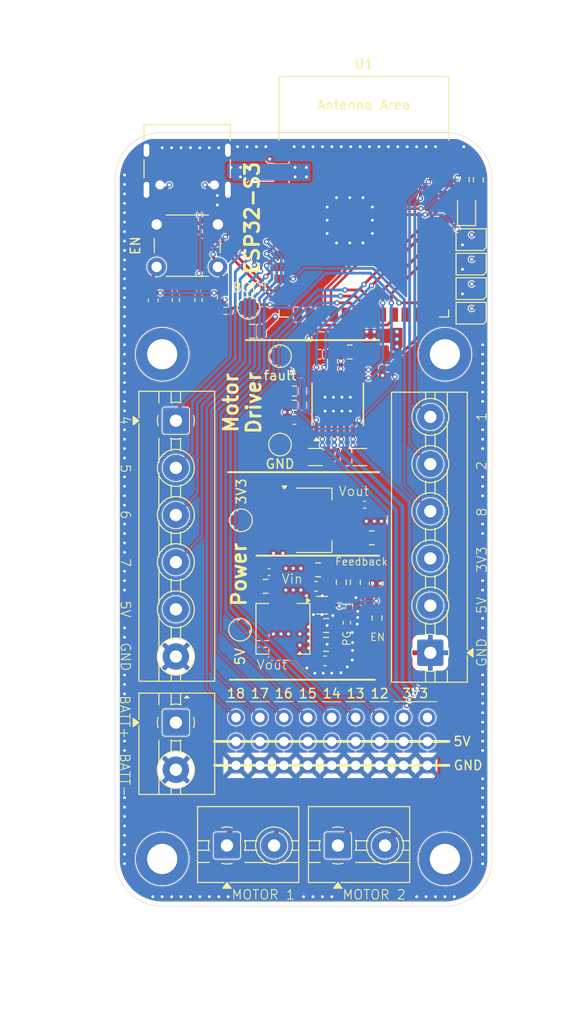
<source format=kicad_pcb>
(kicad_pcb (version 20241229) (generator "pcbnew") (generator_version "9.0")
  (layers (0 "F.Cu" signal) (4 "In1.Cu" signal) (6 "In2.Cu" signal) (2 "B.Cu" signal) (13 "F.Paste" user) (15 "B.Paste" user) (5 "F.SilkS" user "F.Silkscreen") (7 "B.SilkS" user "B.Silkscreen") (1 "F.Mask" user) (3 "B.Mask" user) (25 "Edge.Cuts" user))
  (net 0 "")
  (net 1 "GND")
  (net 2 "/DRV8848/Vref")
  (net 3 "+BATT")
  (net 4 "Net-(U1-EN)")
  (net 5 "+3V3")
  (net 6 "+5V")
  (net 7 "Net-(U4-VFB)")
  (net 8 "/IO11")
  (net 9 "Net-(D1-DOUT)")
  (net 10 "Net-(D2-DOUT)")
  (net 11 "Net-(D3-DOUT)")
  (net 12 "Net-(D4-A)")
  (net 13 "Net-(J1-CC2)")
  (net 14 "/ESP32 S3/D+")
  (net 17 "Net-(J1-CC1)")
  (net 18 "/ESP32 S3/D-")
  (net 19 "/IO8")
  (net 20 "/IO7")
  (net 21 "/IO4")
  (net 22 "/IO2")
  (net 23 "/IO1")
  (net 24 "/IO6")
  (net 25 "/IO5")
  (net 26 "/IO18")
  (net 27 "/DRV8848/AOUT2")
  (net 28 "/DRV8848/AOUT1")
  (net 29 "/DRV8848/BOUT2")
  (net 30 "/DRV8848/BOUT1")
  (net 31 "/IO17")
  (net 32 "/IO16")
  (net 33 "/IO15")
  (net 34 "/IO14")
  (net 35 "/IO13")
  (net 36 "/IO12")
  (net 39 "/IO42")
  (net 40 "/IO41")
  (net 42 "Net-(U1-GPIO0{slash}BOOT)")
  (net 43 "/IO39")
  (net 46 "/IO21")
  (net 47 "/IO38")
  (net 48 "/IO9")
  (net 50 "/IO40")
  (net 55 "/IO10")
  (net 56 "Net-(U2-BISEN)")
  (net 57 "Net-(U2-AISEN)")
  (net 58 "Net-(U4-SW)")
  (net 59 "Net-(U4-VBST)")
  (net 60 "Net-(U4-EN)")
  (footprint "Inductor_SMD:L_Changjiang_FXL0530" (layer "F.Cu") (at 182.31 115.1 -90)
    (property "Reference" "L2")
    (property "Value" "4.7uH")
  )
  (footprint "CustomConnector:PinHeader_1x03_P2.54mm_Vertical_0Yard" (layer "F.Cu") (at 197.65 129.58 180)
    (property "Reference" "J13" (hide yes))
    (property "Value" "Conn_01x03_Pin")
  )
  (footprint "CustomConnector:PinHeader_1x03_P2.54mm_Vertical_0Yard" (layer "F.Cu") (at 190.03 129.58 180)
    (property "Reference" "J10")
    (property "Value" "Conn_01x03_Pin")
  )
  (footprint "TestPoint:TestPoint_Pad_D2.0mm" (layer "F.Cu") (at 182 86.2)
    (property "Reference" "TP5")
    (property "Value" "fault")
  )
  (footprint "TerminalBlock:TerminalBlock_MaiXu_MX126-5.0-06P_1x06_P5.00mm" (layer "F.Cu") (at 197.95 117.64 90)
    (property "Reference" "J16" (hide yes))
    (property "Value" "Screw_Terminal_01x06")
  )
  (footprint "TerminalBlock:TerminalBlock_MaiXu_MX126-5.0-02P_1x02_P5.00mm" (layer "F.Cu") (at 170.95 125.04 -90)
    (property "Reference" "J14" (hide yes))
    (property "Value" "Screw_Terminal_01x02")
  )
  (footprint "Connector_USB:USB_C_Receptacle_G-Switch_GT-USB-7010ASV" (layer "F.Cu") (at 172.15 65.445 180)
    (property "Reference" "J1")
    (property "Value" "USB_C_Receptacle_USB2.0_16P")
  )
  (footprint "CustomConnector:PinHeader_1x03_P2.54mm_Vertical_0Yard" (layer "F.Cu") (at 179.87 129.58 180)
    (property "Reference" "J6")
    (property "Value" "Conn_01x03_Pin")
  )
  (footprint "Package_SO:TSSOP-16-1EP_4.4x5mm_P0.65mm" (layer "F.Cu") (at 188.1225 91.2925 90)
    (property "Reference" "U2" (hide yes))
    (property "Value" "DRV8848")
  )
  (footprint "Resistor_SMD:R_0603_1608Metric" (layer "F.Cu") (at 188.5 110.175 -90)
    (property "Reference" "R21")
    (property "Value" "30K")
  )
  (footprint "Resistor_SMD:R_0603_1608Metric" (layer "F.Cu") (at 183.55 89.9 180)
    (property "Reference" "R6")
    (property "Value" "1K")
  )
  (footprint "Resistor_SMD:R_0603_1608Metric" (layer "F.Cu") (at 192.3 113.9625 -90)
    (property "Reference" "R18")
    (property "Value" "30K")
  )
  (footprint "MountingHole:MountingHole_3.2mm_M3_DIN965_Pad" (layer "F.Cu") (at 199.5 86)
    (property "Reference" "REF**")
    (property "Value" "MountingHole_3.2mm_M3_DIN965_Pad")
  )
  (footprint "CustomConnector:PinHeader_1x03_P2.54mm_Vertical_0Yard" (layer "F.Cu") (at 177.33 129.58 180)
    (property "Reference" "J3")
    (property "Value" "Conn_01x03_Pin")
  )
  (footprint "Package_TO_SOT_SMD:SOT-223-3_TabPin2" (layer "F.Cu") (at 185.6 103.6)
    (property "Reference" "U3" (hide yes))
    (property "Value" "LDL1117S33TR_SOT223" (hide yes))
  )
  (footprint "Resistor_SMD:R_0402_1005Metric" (layer "F.Cu") (at 173.35 80.24 -90)
    (property "Reference" "R16")
    (property "Value" "5K1")
  )
  (footprint "LED_SMD:LED_WS2812B-2020_PLCC4_2.0x2.0mm" (layer "F.Cu") (at 202.28 76.4475 180)
    (property "Reference" "D2")
    (property "Value" "WS2812C-2020-V1")
  )
  (footprint "Capacitor_SMD:C_0805_2012Metric" (layer "F.Cu") (at 186.9 114.75)
    (property "Reference" "C15")
    (property "Value" "22uF")
  )
  (footprint "Resistor_SMD:R_1206_3216Metric" (layer "F.Cu") (at 190.4725 96.9)
    (property "Reference" "R2")
    (property "Value" "500m")
  )
  (footprint "LED_SMD:LED_WS2812B-2020_PLCC4_2.0x2.0mm" (layer "F.Cu") (at 202.28 81.6475 180)
    (property "Reference" "D5")
    (property "Value" "WS2812C-2020-V1")
  )
  (footprint "Resistor_SMD:R_1206_3216Metric" (layer "F.Cu") (at 185.7675 96.9 180)
    (property "Reference" "R1")
    (property "Value" "500m")
  )
  (footprint "CustomConnector:PinHeader_1x03_P2.54mm_Vertical_0Yard" (layer "F.Cu") (at 192.57 129.58 180)
    (property "Reference" "J11")
    (property "Value" "Conn_01x03_Pin")
  )
  (footprint "MountingHole:MountingHole_3.2mm_M3_DIN965_Pad" (layer "F.Cu") (at 169.5 86)
    (property "Reference" "REF**")
    (property "Value" "MountingHole_3.2mm_M3_DIN965_Pad")
  )
  (footprint "TestPoint:TestPoint_Pad_D2.0mm" (layer "F.Cu") (at 177.76 115.2)
    (property "Reference" "TP2")
    (property "Value" "5V")
  )
  (footprint "TerminalBlock:TerminalBlock_MaiXu_MX126-5.0-02P_1x02_P5.00mm" (layer "F.Cu") (at 188.14 138.07)
    (property "Reference" "J5")
    (property "Value" "Screw_Terminal_01x02")
  )
  (footprint "CustomConnector:PinHeader_1x03_P2.54mm_Vertical_0Yard" (layer "F.Cu") (at 184.95 129.58 180)
    (property "Reference" "J8")
    (property "Value" "Conn_01x03_Pin")
  )
  (footprint "TestPoint:TestPoint_Pad_D2.0mm" (layer "F.Cu") (at 182 95.575)
    (property "Reference" "TP3")
    (property "Value" "GND")
  )
  (footprint "Package_TO_SOT_SMD:SOT-563" (layer "F.Cu") (at 186.4675 112.6)
    (property "Reference" "U4")
    (property "Value" "TPS564255DRLR")
  )
  (footprint "TestPoint:TestPoint_Pad_D2.0mm" (layer "F.Cu") (at 177.86 103.6 180)
    (property "Reference" "TP4" (hide yes))
    (property "Value" "3V3")
  )
  (footprint "Capacitor_SMD:C_0402_1005Metric" (layer "F.Cu") (at 180.84 109.1 180)
    (property "Reference" "C4")
    (property "Value" "1uF")
  )
  (footprint "Capacitor_SMD:C_0805_2012Metric" (layer "F.Cu") (at 186.05 108.85)
    (property "Reference" "C12")
    (property "Value" "10uF")
  )
  (footprint "Capacitor_SMD:C_0603_1608Metric" (layer "F.Cu") (at 186.225 86)
    (property "Reference" "C1")
    (property "Value" "2.2uF")
  )
  (footprint "Resistor_SMD:R_0603_1608Metric" (layer "F.Cu") (at 190 110.175 90)
    (property "Reference" "R20")
    (property "Value" "220K")
  )
  (footprint "Capacitor_SMD:C_0805_2012Metric" (layer "F.Cu") (at 186.9 116.75)
    (property "Reference" "C16")
    (property "Value" "22uF")
  )
  (footprint "CustomConnector:PinHeader_1x03_P2.54mm_Vertical_0Yard" (layer "F.Cu") (at 187.49 129.58 180)
    (property "Reference" "J9")
    (property "Value" "Conn_01x03_Pin")
  )
  (footprint "Resistor_SMD:R_0603_1608Metric" (layer "F.Cu") (at 183.55 91.4)
    (property "Reference" "R4")
    (property "Value" "4K2")
  )
  (footprint "Capacitor_SMD:C_0805_2012Metric" (layer "F.Cu") (at 180.47 110.6 180)
    (property "Reference" "C6")
    (property "Value" "10uF")
  )
  (footprint "Resistor_SMD:R_0603_1608Metric" (layer "F.Cu") (at 192.3 110.3375 -90)
    (property "Reference" "R17")
    (property "Value" "113K")
  )
  (footprint "TerminalBlock:TerminalBlock_MaiXu_MX126-5.0-02P_1x02_P5.00mm" (layer "F.Cu") (at 176.37 138.07)
    (property "Reference" "J4")
    (property "Value" "Screw_Terminal_01x02" (hide yes))
  )
  (footprint "LED_SMD:LED_0805_2012Metric" (layer "F.Cu") (at 201.8 70.675 90)
    (property "Reference" "D4")
    (property "Value" "LED")
  )
  (footprint "MountingHole:MountingHole_3.2mm_M3_DIN965_Pad" (layer "F.Cu") (at 199.5 139.5)
    (property "Reference" "REF")
    (property "Value" "MountingHole_3.2mm_M3_DIN965_Pad")
  )
  (footprint "Capacitor_SMD:C_0805_2012Metric" (layer "F.Cu") (at 189.4 85.76 180)
    (property "Reference" "C2")
    (property "Value" "10uF")
  )
  (footprint "Capacitor_SMD:C_0402_1005Metric" (layer "F.Cu") (at 190.98 101.95)
    (property "Reference" "C5")
    (property "Value" "1uF" (hide yes))
  )
  (footprint "LED_SMD:LED_WS2812B-2020_PLCC4_2.0x2.0mm" (layer "F.Cu") (at 202.28 79.0475 180)
    (property "Reference" "D3")
    (property "Value" "WS2812C-2020-V1")
  )
  (footprint "Resistor_SMD:R_0402_1005Metric" (layer "F.Cu") (at 170.95 80.24 -90)
    (property "Reference" "R15")
    (property "Value" "5K1")
  )
  (footprint "CustomConnector:PinHeader_1x03_P2.54mm_Vertical_0Yard" (layer "F.Cu") (at 182.41 129.58 180)
    (property "Reference" "J7")
    (property "Value" "Conn_01x03_Pin")
  )
  (footprint "LED_SMD:LED_WS2812B-2020_PLCC4_2.0x2.0mm" (layer "F.Cu") (at 202.28 73.8475 180)
    (property "Reference" "D1")
    (property "Value" "WS2812C-2020-V1")
  )
  (footprint "PCM_Espressif:ESP32-S3-WROOM-1" (layer "F.Cu") (at 190.9 72.3)
    (property "Reference" "U1")
    (property "Value" "ESP32-S3-WROOM-1")
  )
  (footprint "TerminalBlock:TerminalBlock_MaiXu_MX126-5.0-06P_1x06_P5.00mm" (layer "F.Cu") (at 170.95 93.04 -90)
    (property "Reference" "J15" (hide yes))
    (property "Value" "Screw_Terminal_01x06")
  )
  (footprint "Button_Switch_THT:SW_PUSH_6mm" (layer "F.Cu") (at 168.91 72.24)
    (property "Reference" "EN")
    (property "Value" "RESET")
  )
  (footprint "Capacitor_SMD:C_0805_2012Metric" (layer "F.Cu") (at 179.06 83.56 180)
    (property "Reference" "C11")
    (property "Value" "10uF")
  )
  (footprint "Resistor_SMD:R_0603_1608Metric" (layer "F.Cu") (at 203.05 67.5 -90)
    (property "Reference" "R9")
    (property "Value" "1K")
  )
  (footprint "Resistor_SMD:R_0402_1005Metric" (layer "F.Cu") (at 176.19 81.4)
    (property "Reference" "R14")
    (property "Value" "5K1")
  )
  (footprint "Resistor_SMD:R_0603_1608Metric" (layer "F.Cu") (at 201.55 67.475 -90)
    (property "Reference" "R8")
    (property "Value" "1K")
  )
  (footprint "MountingHole:MountingHole_3.2mm_M3_DIN965_Pad" (layer "F.Cu") (at 169.5 139.5)
    (property "Reference" "REF**")
    (property "Value" "MountingHole_3.2mm_M3_DIN965_Pad")
  )
  (footprint "Resistor_SMD:R_0402_1005Metric" (layer "F.Cu") (at 193.4 87.5)
    (property "Reference" "R3")
    (property "Value" "5K1")
  )
  (footprint "Resistor_SMD:R_0402_1005Metric" (layer "F.Cu") (at 189.1 114.46 -90)
    (property "Reference" "R19")
    (property "Value" "5K1")
  )
  (footprint "Capacitor_SMD:C_0402_1005Metric" (layer "F.Cu") (at 189.35 112.58 90)
    (property "Reference" "C14")
    (property "Value" "10pF")
  )
  (footprint "TestPoint:TestPoint_Pad_D2.0mm" (layer "F.Cu") (at 178.67 81.0775)
    (property "Reference" "TP1")
    (property "Value" "TestPoint")
  )
  (footprint "Resistor_SMD:R_0402_1005Metric" (layer "F.Cu") (at 175.74 80 90)
    (property "Reference" "R13")
    (property "Value" "5K1")
  )
  (footprint "Capacitor_SMD:C_0603_1608Metric" (layer "F.Cu") (at 185.815 110.6)
    (property "Reference" "C13")
    (property "Value" "100nF")
  )
  (footprint "Capacitor_SMD:C_0603_1608Metric" (layer "F.Cu") (at 168.55 80.3 -90)
    (property "Reference" "C10")
    (property "Value" "2.2uF")
  )
  (footprint "Capacitor_SMD:C_0603_1608Metric" (layer "F.Cu") (at 183.545 92.915 180)
    (property "Reference" "C3")
    (property "Value" "100nF")
  )
  (footprint "Capacitor_SMD:C_0603_1608Metric" (layer "F.Cu") (at 186.775 118.5)
    (property "Reference" "C17")
    (property "Value" "100nF")
  )
  (footprint "Capacitor_SMD:C_0805_2012Metric" (layer "F.Cu") (at 191.74 105.46)
    (property "Reference" "C7")
    (property "Value" "10uF")
  )
  (footprint "CustomConnector:PinHeader_1x03_P2.54mm_Vertical_0Yard" (layer "F.Cu") (at 195.11 129.58 180)
    (property "Reference" "J12")
    (property "Value" "Conn_01x03_Pin")
  )
  (gr_line (start 191.55 122.8275) (end 193.55 122.8275) (stroke (width 0.1)) (layer "F.SilkS"))
  (gr_line (start 183.93 122.8275) (end 185.93 122.8275) (stroke (width 0.1)) (layer "F.SilkS"))
  (gr_line (start 194.09 122.8275) (end 198.63 122.8275) (stroke (width 0.1)) (layer "F.SilkS"))
  (gr_line (start 176.31 122.8275) (end 178.31 122.8275) (stroke (width 0.1)) (layer "F.SilkS"))
  (gr_poly (pts (xy 172.11 122.209061) (xy 171.86 122.434061) (xy 172.36 122.434061)) (stroke (width 0.1)) (fill yes) (layer "F.SilkS"))
  (gr_line (start 199.92 129.58) (end 175.06 129.58) (stroke (width 0.3)) (layer "F.SilkS"))
  (gr_line (start 199.92 127.04) (end 175.06 127.04) (stroke (width 0.3)) (layer "F.SilkS"))
  (gr_line (start 186.47 122.8275) (end 188.47 122.8275) (stroke (width 0.1)) (layer "F.SilkS"))
  (gr_line (start 176.5 98.5) (end 192.5 98.5) (stroke (width 0.2)) (layer "F.SilkS"))
  (gr_line (start 181.39 122.8275) (end 183.39 122.8275) (stroke (width 0.1)) (layer "F.SilkS"))
  (gr_line (start 178.85 122.8275) (end 180.85 122.8275) (stroke (width 0.1)) (layer "F.SilkS"))
  (gr_line (start 176.71 120.5) (end 192.065 120.5) (stroke (width 0.2)) (layer "F.SilkS"))
  (gr_line (start 178.4 84.5) (end 192.53 84.5) (stroke (width 0.2)) (layer "F.SilkS"))
  (gr_line (start 189.01 122.8275) (end 191.01 122.8275) (stroke (width 0.1)) (layer "F.SilkS"))
  (gr_line (start 179.5 107.35) (end 192.51 107.35) (stroke (width 0.2)) (layer "F.SilkS"))
  (gr_arc (start 199.5 62.5) (mid 203.035534 63.964466) (end 204.5 67.5) (stroke (width 0.05)) (layer "Edge.Cuts"))
  (gr_line (start 199.5 144.5) (end 169.5 144.5) (stroke (width 0.05)) (layer "Edge.Cuts"))
  (gr_arc (start 169.5 144.5) (mid 165.964466 143.035534) (end 164.5 139.5) (stroke (width 0.05)) (layer "Edge.Cuts"))
  (gr_line (start 204.5 67.5) (end 204.5 139.5) (stroke (width 0.05)) (layer "Edge.Cuts"))
  (gr_line (start 164.5 139.5) (end 164.5 67.5) (stroke (width 0.05)) (layer "Edge.Cuts"))
  (gr_arc (start 204.5 139.5) (mid 203.035534 143.035534) (end 199.5 144.5) (stroke (width 0.05)) (layer "Edge.Cuts"))
  (gr_line (start 169.5 62.5) (end 199.5 62.5) (stroke (width 0.05)) (layer "Edge.Cuts"))
  (gr_arc (start 164.5 67.5) (mid 165.964466 63.964466) (end 169.5 62.5) (stroke (width 0.05)) (layer "Edge.Cuts"))
  (gr_text "PG" (at 189.55 117 90) (layer "F.SilkS") (effects (font (size 0.8 0.8) (thickness 0.1)) (justify left bottom)))
  (gr_text "Motor\nDriver" (at 178 91.15 90) (layer "F.SilkS") (effects (font (size 1.5 1.5) (thickness 0.3) (bold yes))))
  (gr_text "12" (at 192.57 121.96 0) (layer "F.SilkS") (effects (font (size 1 1))))
  (gr_text "15" (at 184.95 121.96 0) (layer "F.SilkS") (effects (font (size 1 1))))
  (gr_text "ESP32-S3" (at 179.05 71.5675 90) (layer "F.SilkS") (effects (font (size 1.5 1.5) (thickness 0.3) (bold yes))))
  (gr_text "3V3" (at 204.0075 109.205 90) (layer "F.SilkS") (effects (font (size 1 1) (thickness 0.1)) (justify left bottom)))
  (gr_text "7" (at 165.0175 107.54 270) (layer "F.SilkS") (effects (font (size 1 1) (thickness 0.1)) (justify left bottom)))
  (gr_text "4\n" (at 164.9875 92.46 270) (layer "F.SilkS") (effects (font (size 1 1) (thickness 0.1)) (justify left bottom)))
  (gr_text "Vin" (at 182.1 110.4 0) (layer "F.SilkS") (effects (font (size 1 1) (thickness 0.1)) (justify left bottom)))
  (gr_text "MOTOR 2" (at 191.99 143.2875 0) (layer "F.SilkS") (effects (font (size 1 1) (thickness 0.1))))
  (gr_text "1" (at 203.9775 93.165 90) (layer "F.SilkS") (effects (font (size 1 1) (thickness 0.1)) (justify left bottom)))
  (gr_text "Feedback" (at 187.8 108.45 0) (layer "F.SilkS") (effects (font (size 0.8 0.8) (thickness 0.1)) (justify left bottom)))
  (gr_text "EN" (at 191.5 116.45 0) (layer "F.SilkS") (effects (font (size 0.8 0.8) (thickness 0.1)) (justify left bottom)))
  (gr_text "18" (at 177.33 121.96 0) (layer "F.SilkS") (effects (font (size 1 1))))
  (gr_text "GND" (at 201.96 129.5775 0) (layer "F.SilkS") (effects (font (size 1 1))))
  (gr_text "17" (at 179.87 121.96 0) (layer "F.SilkS") (effects (font (size 1 1))))
  (gr_text "5V" (at 165.0075 112.05 270) (layer "F.SilkS") (effects (font (size 1 1) (thickness 0.1)) (justify left bottom)))
  (gr_text "BATT+  BATT-\n" (at 165.54 127.5375 270) (layer "F.SilkS") (effects (font (size 1 1) (thickness 0.1))))
  (gr_text "BOOT" (at 178.88 78.9375 0) (layer "F.SilkS") (effects (font (size 1 1) (thickness 0.125))))
  (gr_text "5V" (at 203.9875 113.585 90) (layer "F.SilkS") (effects (font (size 1 1) (thickness 0.1)) (justify left bottom)))
  (gr_text "Power" (at 177.66 109.35 90) (layer "F.SilkS") (effects (font (size 1.5 1.5) (thickness 0.3) (bold yes))))
  (gr_text "3V3" (at 196.34 122.5375 0) (layer "F.SilkS") (effects (font (size 1 1)) (justify bottom)))
  (gr_text "GND" (at 203.9875 119.205 90) (layer "F.SilkS") (effects (font (size 1 1) (thickness 0.1)) (justify left bottom)))
  (gr_text "14" (at 187.49 121.96 0) (layer "F.SilkS") (effects (font (size 1 1))))
  (gr_text "GND" (at 165.0175 116.48 270) (layer "F.SilkS") (effects (font (size 1 1) (thickness 0.1)) (justify left bottom)))
  (gr_text "2" (at 203.9775 98.355 90) (layer "F.SilkS") (effects (font (size 1 1) (thickness 0.1)) (justify left bottom)))
  (gr_text "16" (at 182.41 121.96 0) (layer "F.SilkS") (effects (font (size 1 1))))
  (gr_text "5V" (at 201.32 127.0375 0) (layer "F.SilkS") (effects (font (size 1 1))))
  (gr_text "13" (at 190.03 121.96 0) (layer "F.SilkS") (effects (font (size 1 1))))
  (gr_text "8" (at 203.9975 103.275 90) (layer "F.SilkS") (effects (font (size 1 1) (thickness 0.1)) (justify left bottom)))
  (gr_text "5" (at 165.0175 97.58 270) (layer "F.SilkS") (effects (font (size 1 1) (thickness 0.1)) (justify left bottom)))
  (gr_text "MOTOR 1" (at 180.22 143.2875 0) (layer "F.SilkS") (effects (font (size 1 1) (thickness 0.1))))
  (gr_text "6" (at 165.0175 102.47 270) (layer "F.SilkS") (effects (font (size 1 1) (thickness 0.1)) (justify left bottom)))
  (gr_text "Vout" (at 179.45 119.5 0) (layer "F.SilkS") (effects (font (size 1 1) (thickness 0.1)) (justify left bottom)))
  (gr_text "Vout" (at 188.15 101.1 0) (layer "F.SilkS") (effects (font (size 1 1) (thickness 0.1)) (justify left bottom)))
  (via (at 203.5 90) (size 0.6) (drill 0.3) (layers "F.Cu" "B.Cu") (net 1))
  (via (at 190.8 74.2) (size 0.6) (drill 0.3) (layers "F.Cu" "B.Cu") (net 1))
  (via (at 191.8 70.4) (size 0.6) (drill 0.3) (layers "F.Cu" "B.Cu") (net 1))
  (via (at 179.5 64) (size 0.6) (drill 0.3) (layers "F.Cu" "B.Cu") (net 1))
  (via (at 203.5 88) (size 0.6) (drill 0.3) (layers "F.Cu" "B.Cu") (net 1))
  (via (at 201.365 74.3975) (size 0.6) (drill 0.3) (layers "F.Cu" "B.Cu") (net 1))
  (via (at 173.5 143.5) (size 0.6) (drill 0.3) (layers "F.Cu" "B.Cu") (net 1))
  (via (at 203.5 89) (size 0.6) (drill 0.3) (layers "F.Cu" "B.Cu") (net 1))
  (via (at 191.8 73.2) (size 0.6) (drill 0.3) (layers "F.Cu" "B.Cu") (net 1))
  (via (at 203.5 127) (size 0.6) (drill 0.3) (layers "F.Cu" "B.Cu") (net 1))
  (via (at 203.5 131) (size 0.6) (drill 0.3) (layers "F.Cu" "B.Cu") (net 1))
  (via (at 188.57 90.5575) (size 0.6) (drill 0.3) (layers "F.Cu" "B.Cu") (net 1))
  (via (at 173.5 64.105) (size 0.6) (drill 0.3) (layers "F.Cu" "B.Cu") (net 1))
  (via (at 203.5 125) (size 0.6) (drill 0.3) (layers "F.Cu" "B.Cu") (net 1))
  (via (at 190.5 64) (size 0.6) (drill 0.3) (layers "F.Cu" "B.Cu") (net 1))
  (via (at 165.5 78) (size 0.6) (drill 0.3) (layers "F.Cu" "B.Cu") (net 1))
  (via (at 165.5 73) (size 0.6) (drill 0.3) (layers "F.Cu" "B.Cu") (net 1))
  (via (at 183.5 64) (size 0.6) (drill 0.3) (layers "F.Cu" "B.Cu") (net 1))
  (via (at 165.5 80) (size 0.6) (drill 0.3) (layers "F.Cu" "B.Cu") (net 1))
  (via (at 169.5 143.5) (size 0.6) (drill 0.3) (layers "F.Cu" "B.Cu") (net 1))
  (via (at 187.675 90.5575) (size 0.6) (drill 0.3) (layers "F.Cu" "B.Cu") (net 1))
  (via (at 193.5 64) (size 0.6) (drill 0.3) (layers "F.Cu" "B.Cu") (net 1))
  (via (at 201.5 64) (size 0.6) (drill 0.3) (layers "F.Cu" "B.Cu") (net 1))
  (via (at 165.5 69) (size 0.6) (drill 0.3) (layers "F.Cu" "B.Cu") (net 1))
  (via (at 191.8 71.8) (size 0.6) (drill 0.3) (layers "F.Cu" "B.Cu") (net 1))
  (via (at 186.45 113.6) (size 0.6) (drill 0.3) (layers "F.Cu" "B.Cu") (net 1))
  (via (at 176.5 143.5) (size 0.6) (drill 0.3) (layers "F.Cu" "B.Cu") (net 1))
  (via (at 165.5 111) (size 0.6) (drill 0.3) (layers "F.Cu" "B.Cu") (net 1))
  (via (at 165.5 96) (size 0.6) (drill 0.3) (layers "F.Cu" "B.Cu") (net 1))
  (via (at 203.5 110) (size 0.6) (drill 0.3) (layers "F.Cu" "B.Cu") (net 1))
  (via (at 184.5 64) (size 0.6) (drill 0.3) (layers "F.Cu" "B.Cu") (net 1))
  (via (at 165.5 70) (size 0.6) (drill 0.3) (layers "F.Cu" "B.Cu") (net 1))
  (via (at 203.5 122) (size 0.6) (drill 0.3) (layers "F.Cu" "B.Cu") (net 1))
  (via (at 190.05 111.8) (size 0.6) (drill 0.3) (layers "F.Cu" "B.Cu") (net 1))
  (via (at 165.5 86) (size 0.6) (drill 0.3) (layers "F.Cu" "B.Cu") (net 1))
  (via (at 186.78 92.0275) (size 0.6) (drill 0.3) (layers "F.Cu" "B.Cu") (net 1))
  (via (at 165.5 94) (size 0.6) (drill 0.3) (layers "F.Cu" "B.Cu") (net 1))
  (via (at 189.4 69.4) (size 0.6) (drill 0.3) (layers "F.Cu" "B.Cu") (net 1))
  (via (at 192.5 64) (size 0.6) (drill 0.3) (layers "F.Cu" "B.Cu") (net 1))
  (via (at 188.46 119.76) (size 0.6) (drill 0.3) (layers "F.Cu" "B.Cu") (net 1))
  (via (at 186.5 64) (size 0.6) (drill 0.3) (layers "F.Cu" "B.Cu") (net 1))
  (via (at 165.5 74) (size 0.6) (drill 0.3) (layers "F.Cu" "B.Cu") (net 1))
  (via (at 203.5 101) (size 0.6) (drill 0.3) (layers "F.Cu" "B.Cu") (net 1))
  (via (at 187 116.75) (size 0.6) (drill 0.3) (layers "F.Cu" "B.Cu") (net 1))
  (via (at 203.5 137) (size 0.6) (drill 0.3) (layers "F.Cu" "B.Cu") (net 1))
  (via (at 196.5 143.5) (size 0.6) (drill 0.3) (layers "F.Cu" "B.Cu") (net 1))
  (via (at 165.5 97) (size 0.6) (drill 0.3) (layers "F.Cu" "B.Cu") (net 1))
  (via (at 203.5 128) (size 0.6) (drill 0.3) (layers "F.Cu" "B.Cu") (net 1))
  (via (at 203.5 94) (size 0.6) (drill 0.3) (layers "F.Cu" "B.Cu") (net 1))
  (via (at 172.5 143.5) (size 0.6) (drill 0.3) (layers "F.Cu" "B.Cu") (net 1))
  (via (at 187.6 113.7) (size 0.6) (drill 0.3) (layers "F.Cu" "B.Cu") (net 1))
  (via (at 190.25 113.25) (size 0.6) (drill 0.3) (layers "F.Cu" "B.Cu") (net 1))
  (via (at 189.7 117.4) (size 0.6) (drill 0.3) (layers "F.Cu" "B.Cu") (net 1))
  (via (at 171.5 64.105) (size 0.6) (drill 0.3) (layers "F.Cu" "B.Cu") (net 1))
  (via (at 175.5 143.5) (size 0.6) (drill 0.3) (layers "F.Cu" "B.Cu") (net 1))
  (via (at 190.2 114.6) (size 0.6) (drill 0.3) (layers "F.Cu" "B.Cu") (net 1))
  (via (at 195.5 64) (size 0.6) (drill 0.3) (layers "F.Cu" "B.Cu") (net 1))
  (via (at 203.5 86) (size 0.6) (drill 0.3) (layers "F.Cu" "B.Cu") (net 1))
  (via (at 203.5 114) (size 0.6) (drill 0.3) (layers "F.Cu" "B.Cu") (net 1))
  (via (at 186.59 119.8) (size 0.6) (drill 0.3) (layers "F.Cu" "B.Cu") (net 1))
  (via (at 178.5 64) (size 0.6) (drill 0.3) (layers "F.Cu" "B.Cu") (net 1))
  (via (at 186.49 111.6) (size 0.6) (drill 0.3) (layers "F.Cu" "B.Cu") (net 1))
  (via (at 185.5 143.5) (size 0.6) (drill 0.3) (layers "F.Cu" "B.Cu") (net 1))
  (via (at 165.5 116) (size 0.6) (drill 0.3) (layers "F.Cu" "B.Cu") (net 1))
  (via (at 203.5 138) (size 0.6) (drill 0.3) (layers "F.Cu" "B.Cu") (net 1))
  (via (at 174.5 143.5) (size 0.6) (drill 0.3) (layers "F.Cu" "B.Cu") (net 1))
  (via (at 165.5 136) (size 0.6) (drill 0.3) (layers "F.Cu" "B.Cu") (net 1))
  (via (at 203.5 99) (size 0.6) (drill 0.3) (layers "F.Cu" "B.Cu") (net 1))
  (via (at 165.5 68) (size 0.6) (drill 0.3) (layers "F.Cu" "B.Cu") (net 1))
  (via (at 187.5 64) (size 0.6) (drill 0.3) (layers "F.Cu" "B.Cu") (net 1))
  (via (at 203.5 135) (size 0.6) (drill 0.3) (layers "F.Cu" "B.Cu") (net 1))
  (via (at 165.5 77) (size 0.6) (drill 0.3) (layers "F.Cu" "B.Cu") (net 1))
  (via (at 187.5 143.5) (size 0.6) (drill 0.3) (layers "F.Cu" "B.Cu") (net 1))
  (via (at 185.5 64) (size 0.6) (drill 0.3) (layers "F.Cu" "B.Cu") (net 1))
  (via (at 203.5 100) (size 0.6) (drill 0.3) (layers "F.Cu" "B.Cu") (net 1))
  (via (at 165.5 67) (size 0.6) (drill 0.3) (layers "F.Cu" "B.Cu") (net 1))
  (via (at 165.5 115) (size 0.6) (drill 0.3) (layers "F.Cu" "B.Cu") (net 1))
  (via (at 187 71.8) (size 0.6) (drill 0.3) (layers "F.Cu" "B.Cu") (net 1))
  (via (at 186.5 143.5) (size 0.6) (drill 0.3) (layers "F.Cu" "B.Cu") (net 1))
  (via (at 165.5 85) (size 0.6) (drill 0.3) (layers "F.Cu" "B.Cu") (net 1))
  (via (at 199.5 143.5) (size 0.6) (drill 0.3) (layers "F.Cu" "B.Cu") (net 1))
  (via (at 165.5 102) (size 0.6) (drill 0.3) (layers "F.Cu" "B.Cu") (net 1))
  (via (at 175.35 69.17) (size 0.6) (drill 0.3) (layers "F.Cu" "B.Cu") (net 1))
  (via (at 187.675 92.0275) (size 0.6) (drill 0.3) (layers "F.Cu" "B.Cu") (net 1))
  (via (at 165.5 120) (size 0.6) (drill 0.3) (layers "F.Cu" "B.Cu") (net 1))
  (via (at 203.5 115) (size 0.6) (drill 0.3) (layers "F.Cu" "B.Cu") (net 1))
  (via (at 203.5 95) (size 0.6) (drill 0.3) (layers "F.Cu" "B.Cu") (net 1))
  (via (at 165.5 134) (size 0.6) (drill 0.3) (layers "F.Cu" "B.Cu") (net 1))
  (via (at 169.5 64.105) (size 0.6) (drill 0.3) (layers "F.Cu" "B.Cu") (net 1))
  (via (at 168.5 143.5) (size 0.6) (drill 0.3) (layers "F.Cu" "B.Cu") (net 1))
  (via (at 165.5 83) (size 0.6) (drill 0.3) (layers "F.Cu" "B.Cu") (net 1))
  (via (at 190.8 69.4) (size 0.6) (drill 0.3) (layers "F.Cu" "B.Cu") (net 1))
  (via (at 185.55 113.6) (size 0.6) (drill 0.3) (layers "F.Cu" "B.Cu") (net 1))
  (via (at 171.5 143.5) (size 0.6) (drill 0.3) (layers "F.Cu" "B.Cu") (net 1))
  (via (at 203.5 140) (size 0.6) (drill 0.3) (layers "F.Cu" "B.Cu") (net 1))
  (via (at 165.5 89) (size 0.6) (drill 0.3) (layers "F.Cu" "B.Cu") (net 1))
  (via (at 165.5 104) (size 0.6) (drill 0.3) (layers "F.Cu" "B.Cu") (net 1))
  (via (at 203.5 133) (size 0.6) (drill 0.3) (layers "F.Cu" "B.Cu") (net 1))
  (via (at 174.5 64.105) (size 0.6) (drill 0.3) (layers "F.Cu" "B.Cu") (net 1))
  (via (at 165.5 137) (size 0.6) (drill 0.3) (layers "F.Cu" "B.Cu") (net 1))
  (via (at 203.5 123) (size 0.6) (drill 0.3) (layers "F.Cu" "B.Cu") (net 1))
  (via (at 165.5 101) (size 0.6) (drill 0.3) (layers "F.Cu" "B.Cu") (net 1))
  (via (at 172.5 64.105) (size 0.6) (drill 0.3) (layers "F.Cu" "B.Cu") (net 1))
  (via (at 165.5 90) (size 0.6) (drill 0.3) (layers "F.Cu" "B.Cu") (net 1))
  (via (at 165.5 105) (size 0.6) (drill 0.3) (layers "F.Cu" "B.Cu") (net 1))
  (via (at 165.5 128) (size 0.6) (drill 0.3) (layers "F.Cu" "B.Cu") (net 1))
  (via (at 189.465 90.5575) (size 0.6) (drill 0.3) (layers "F.Cu" "B.Cu") (net 1))
  (via (at 165.5 139) (size 0.6) (drill 0.3) (layers "F.Cu" "B.Cu") (net 1))
  (via (at 165.5 92) (size 0.6) (drill 0.3) (layers "F.Cu" "B.Cu") (net 1))
  (via (at 165.5 127) (size 0.6) (drill 0.3) (layers "F.Cu" "B.Cu") (net 1))
  (via (at 189.7 116.56) (size 0.6) (drill 0.3) (layers "F.Cu" "B.Cu") (net 1))
  (via (at 165.5 72) (size 0.6) (drill 0.3) (layers "F.Cu" "B.Cu") (net 1))
  (via (at 165.5 140) (size 0.6) (drill 0.3) (layers "F.Cu" "B.Cu") (net 1))
  (via (at 203.5 126) (size 0.6) (drill 0.3) (layers "F.Cu" "B.Cu") (net 1))
  (via (at 196.5 64) (size 0.6) (drill 0.3) (layers "F.Cu" "B.Cu") (net 1))
  (via (at 203.5 85) (size 0.6) (drill 0.3) (layers "F.Cu" "B.Cu") (net 1))
  (via (at 165.5 88) (size 0.6) (drill 0.3) (layers "F.Cu" "B.Cu") (net 1))
  (via (at 203.5 124) (size 0.6) (drill 0.3) (layers "F.Cu" "B.Cu") (net 1))
  (via (at 165.5 81) (size 0.6) (drill 0.3) (layers "F.Cu" "B.Cu") (net 1))
  (via (at 165.5 87) (size 0.6) (drill 0.3) (layers "F.Cu" "B.Cu") (net 1))
  (via (at 189.14 119.14) (size 0.6) (drill 0.3) (layers "F.Cu" "B.Cu") (net 1))
  (via (at 186.78 90.5575) (size 0.6) (drill 0.3) (layers "F.Cu" "B.Cu") (net 1))
  (via (at 165.5 76) (size 0.6) (drill 0.3) (layers "F.Cu" "B.Cu") (net 1))
  (via (at 165.5 82) (size 0.6) (drill 0.3) (layers "F.Cu" "B.Cu") (net 1))
  (via (at 187 73.2) (size 0.6) (drill 0.3) (layers "F.Cu" "B.Cu") (net 1))
  (via (at 165.5 110) (size 0.6) (drill 0.3) (layers "F.Cu" "B.Cu") (net 1))
  (via (at 165.5 79) (size 0.6) (drill 0.3) (layers "F.Cu" "B.Cu") (net 1))
  (via (at 203.5 91) (size 0.6) (drill 0.3) (layers "F.Cu" "B.Cu") (net 1))
  (via (at 165.5 100) (size 0.6) (drill 0.3) (layers "F.Cu" "B.Cu") (net 1))
  (via (at 165.5 133) (size 0.6) (drill 0.3) (layers "F.Cu" "B.Cu") (net 1))
  (via (at 203.5 134) (size 0.6) (drill 0.3) (layers "F.Cu" "B.Cu") (net 1))
  (via (at 188 74.2) (size 0.6) (drill 0.3) (layers "F.Cu" "B.Cu") (net 1))
  (via (at 187 114.75) (size 0.6) (drill 0.3) (layers "F.Cu" "B.Cu") (net 1))
  (via (at 203.5 104) (size 0.6) (drill 0.3) (layers "F.Cu" "B.Cu") (net 1))
  (via (at 203.5 96) (size 0.6) (drill 0.3) (layers "F.Cu" "B.Cu") (net 1))
  (via (at 170.5 143.5) (size 0.6) (drill 0.3) (layers "F.Cu" "B.Cu") (net 1))
  (via (at 203.5 87) (size 0.6) (drill 0.3) (layers "F.Cu" "B.Cu") (net 1))
  (via (at 191.5 64) (size 0.6) (drill 0.3) (layers "F.Cu" "B.Cu") (net 1))
  (via (at 194.5 64) (size 0.6) (drill 0.3) (layers "F.Cu" "B.Cu") (net 1))
  (via (at 165.5 84) (size 0.6) (drill 0.3) (layers "F.Cu" "B.Cu") (net 1))
  (via (at 165.5 106) (size 0.6) (drill 0.3) (layers "F.Cu" "B.Cu") (net 1))
  (via (at 189.65 115.5) (size 0.6) (drill 0.3) (layers "F.Cu" "B.Cu") (net 1))
  (via (at 203.5 139) (size 0.6) (drill 0.3) (layers "F.Cu" "B.Cu") (net 1))
  (via (at 189.66 118.41) (size 0.6) (drill 0.3) (layers "F.Cu" "B.Cu") (net 1))
  (via (at 201.365 76.9975) (size 0.6) (drill 0.3) (layers "F.Cu" "B.Cu") (net 1))
  (via (at 170.5 64.105) (size 0.6) (drill 0.3) (layers "F.Cu" "B.Cu") (net 1))
  (via (at 175.35 70.175) (size 0.6) (drill 0.3) (layers "F.Cu" "B.Cu") (net 1))
  (via (at 184.85 119.25) (size 0.6) (drill 0.3) (layers "F.Cu" "B.Cu") (net 1))
  (via (at 165.5 122) (size 0.6) (drill 0.3) (layers "F.Cu" "B.Cu") (net 1))
  (via (at 203.5 120) (size 0.6) (drill 0.3) (layers "F.Cu" "B.Cu") (net 1))
  (via (at 165.5 121) (size 0.6) (drill 0.3) (layers "F.Cu" "B.Cu") (net 1))
  (via (at 165.5 75) (size 0.6) (drill 0.3) (layers "F.Cu" "B.Cu") (net 1))
  (via (at 190.25 113.9) (size 0.6) (drill 0.3) (layers "F.Cu" "B.Cu") (net 1))
  (via (at 165.5 71) (size 0.6) (drill 0.3) (layers "F.Cu" "B.Cu") (net 1))
  (via (at 203.5 105) (size 0.6) (drill 0.3) (layers "F.Cu" "B.Cu") (net 1))
  (via (at 185.69 119.8) (size 0.6) (drill 0.3) (layers "F.Cu" "B.Cu") (net 1))
  (via (at 197.5 64) (size 0.6) (drill 0.3) (layers "F.Cu" "B.Cu") (net 1))
  (via (at 165.5 107) (size 0.6) (drill 0.3) (layers "F.Cu" "B.Cu") (net 1))
  (via (at 188.57 92.0275) (size 0.6) (drill 0.3) (layers "F.Cu" "B.Cu") (net 1))
  (via (at 201.365 79.5975) (size 0.6) (drill 0.3) (layers "F.Cu" "B.Cu") (net 1))
  (via (at 180.5 64) (size 0.6) (drill 0.3) (layers "F.Cu" "B.Cu") (net 1))
  (via (at 165.5 138) (size 0.6) (drill 0.3) (layers "F.Cu" "B.Cu") (net 1))
  (via (at 200.5 143.5) (size 0.6) (drill 0.3) (layers "F.Cu" "B.Cu") (net 1))
  (via (at 177.5 64) (size 0.6) (drill 0.3) (layers "F.Cu" "B.Cu") (net 1))
  (via (at 165.5 135) (size 0.6) (drill 0.3) (layers "F.Cu" "B.Cu") (net 1))
  (via (at 197.5 143.5) (size 0.6) (drill 0.3) (layers "F.Cu" "B.Cu") (net 1))
  (via (at 203.5 111) (size 0.6) (drill 0.3) (layers "F.Cu" "B.Cu") (net 1))
  (via (at 203.5 132) (size 0.6) (drill 0.3) (layers "F.Cu" "B.Cu") (net 1))
  (via (at 187 70.4) (size 0.6) (drill 0.3) (layers "F.Cu" "B.Cu") (net 1))
  (via (at 189.465 92.0275) (size 0.6) (drill 0.3) (layers "F.Cu" "B.Cu") (net 1))
  (via (at 165.5 91) (size 0.6) (drill 0.3) (layers "F.Cu" "B.Cu") (net 1))
  (via (at 189.5 64) (size 0.6) (drill 0.3) (layers "F.Cu" "B.Cu") (net 1))
  (via (at 198.5 143.5) (size 0.6) (drill 0.3) (layers "F.Cu" "B.Cu") (net 1))
  (via (at 165.5 95) (size 0.6) (drill 0.3) (layers "F.Cu" "B.Cu") (net 1))
  (via (at 189.4 74.2) (size 0.6) (drill 0.3) (layers "F.Cu" "B.Cu") (net 1))
  (via (at 203.5 136) (size 0.6) (drill 0.3) (layers "F.Cu" "B.Cu") (net 1))
  (via (at 165.5 109) (size 0.6) (drill 0.3) (layers "F.Cu" "B.Cu") (net 1))
  (via (at 188.5 64) (size 0.6) (drill 0.3) (layers "F.Cu" "B.Cu") (net 1))
  (via (at 184.5 143.5) (size 0.6) (drill 0.3) (layers "F.Cu" "B.Cu") (net 1))
  (via (at 203.5 121) (size 0.6) (drill 0.3) (layers "F.Cu" "B.Cu") (net 1))
  (via (at 187.49 119.8) (size 0.6) (drill 0.3) (layers "F.Cu" "B.Cu") (net 1))
  (via (at 198.5 64) (size 0.6) (drill 0.3) (layers "F.Cu" "B.Cu") (net 1))
  (via (at 188 69.4) (size 0.6) (drill 0.3) (layers "F.Cu" "B.Cu") (net 1))
  (via (at 165.5 99) (size 0.6) (drill 0.3) (layers "F.Cu" "B.Cu") (net 1))
  (via (at 175.5 64.105) (size 0.6) (drill 0.3) (layers "F.Cu" "B.Cu") (net 1))
  (segment (start 189.11 88.53) (end 189.0975 88.5175) (width 0.3) (layer "F.Cu") (net 2))
  (segment (start 187.25 88.415) (end 187.25 85.52) (width 0.3) (layer "F.Cu") (net 2))
  (segment (start 189.0975 87.86) (end 189.0975 88.5175) (width 0.3) (layer "F.Cu") (net 2))
  (segment (start 188.94 84.78) (end 189.2 85.04) (width 0.3) (layer "F.Cu") (net 2))
  (segment (start 187.1475 88.5175) (end 187.25 88.415) (width 0.3) (layer "F.Cu") (net 2))
  (segment (start 189.2 87.7575) (end 189.0975 87.86) (width 0.3) (layer "F.Cu") (net 2))
  (segment (start 187.99 84.78) (end 188.94 84.78) (width 0.3) (layer "F.Cu") (net 2))
  (segment (start 187.25 85.52) (end 187.99 84.78) (width 0.3) (layer "F.Cu") (net 2))
  (segment (start 189.2 85.04) (end 189.2 87.7575) (width 0.3) (layer "F.Cu") (net 2))
  (segment (start 188.4475 86.0025) (end 188.45 86) (width 0.45) (layer "F.Cu") (net 3))
  (segment (start 188.4475 88.5175) (end 188.4475 87.525) (width 0.45) (layer "F.Cu") (net 3))
  (segment (start 188.4475 87.525) (end 188.4475 86.725) (width 0.45) (layer "F.Cu") (net 3))
  (segment (start 188.4475 86.725) (end 188.4475 86.0025) (width 0.45) (layer "F.Cu") (net 3))
  (via (at 182.31 107.1) (size 0.6) (drill 0.3) (layers "F.Cu" "B.Cu") (net 3))
  (via (at 184.21 111) (size 0.6) (drill 0.3) (layers "F.Cu" "B.Cu") (net 3))
  (via (at 182.475 92.15) (size 0.6) (drill 0.3) (layers "F.Cu" "B.Cu") (net 3))
  (via (at 191.83 110.3) (size 0.6) (drill 0.3) (layers "F.Cu" "B.Cu") (net 3))
  (via (at 182.61 111) (size 0.6) (drill 0.3) (layers "F.Cu" "B.Cu") (net 3))
  (via (at 182.61 108.7) (size 0.6) (drill 0.3) (layers "F.Cu" "B.Cu") (net 3))
  (via (at 181.31 107.1) (size 0.6) (drill 0.3) (layers "F.Cu" "B.Cu") (net 3))
  (via (at 183.41 111) (size 0.6) (drill 0.3) (layers "F.Cu" "B.Cu") (net 3))
  (via (at 183.41 108.7) (size 0.6) (drill 0.3) (layers "F.Cu" "B.Cu") (net 3))
  (via (at 188.4475 86.725) (size 0.6) (drill 0.3) (layers "F.Cu" "B.Cu") (net 3))
  (via (at 188.4475 87.525) (size 0.6) (drill 0.3) (layers "F.Cu" "B.Cu") (net 3))
  (via (at 192.63 110.3) (size 0.6) (drill 0.3) (layers "F.Cu" "B.Cu") (net 3))
  (via (at 184.81 111.6) (size 0.6) (drill 0.3) (layers "F.Cu" "B.Cu") (net 3))
  (via (at 184.21 108.7) (size 0.6) (drill 0.3) (layers "F.Cu" "B.Cu") (net 3))
  (via (at 183.075 92.15) (size 0.6) (drill 0.3) (layers "F.Cu" "B.Cu") (net 3))
  (segment (start 168.91 76.74) (end 168.55 77.1) (width 0.3) (layer "F.Cu") (net 4))
  (segment (start 169.28 79.52) (end 168.55 79.52) (width 0.3) (layer "F.Cu") (net 4))
  (segment (start 168.55 77.1) (end 168.55 79.52) (width 0.3) (layer "F.Cu") (net 4))
  (segment (start 175.74 76.57) (end 175.75 76.56) (width 0.8) (layer "F.Cu") (net 4))
  (segment (start 174.9 75.71) (end 175.4 76.21) (width 0.3) (layer "F.Cu") (net 4))
  (segment (start 168.9 76.21) (end 168.55 76.56) (width 0.2) (layer "F.Cu") (net 4))
  (segment (start 169.3 79.5) (end 169.28 79.52) (width 0.3) (layer "F.Cu") (net 4))
  (segment (start 177.26 72.5) (end 177.26 69.33) (width 0.3) (layer "F.Cu") (net 4))
  (segment (start 175 79.5) (end 175.01 79.49) (width 0.3) (layer "F.Cu") (net 4))
  (segment (start 175.4 76.21) (end 175.75 76.56) (width 0.2) (layer "F.Cu") (net 4))
  (segment (start 176.21 73.55) (end 177.26 72.5) (width 0.3) (layer "F.Cu") (net 4))
  (segment (start 175.01 79.49) (end 175.74 79.49) (width 0.3) (layer "F.Cu") (net 4))
  (segment (start 177.26 69.33) (end 180.01 66.58) (width 0.3) (layer "F.Cu") (net 4))
  (segment (start 180.01 66.58) (end 182.15 66.58) (width 0.3) (layer "F.Cu") (net 4))
  (segment (start 175.74 77.07) (end 175.41 76.74) (width 0.3) (layer "F.Cu") (net 4))
  (segment (start 174.9 75.41) (end 174.9 75.71) (width 0.3) (layer "F.Cu") (net 4))
  (segment (start 175.74 79.49) (end 175.74 77.07) (width 0.3) (layer "F.Cu") (net 4))
  (via (at 176.21 73.55) (size 0.6) (drill 0.3) (layers "F.Cu" "B.Cu") (net 4))
  (via (at 174.9 75.41) (size 0.6) (drill 0.3) (layers "F.Cu" "B.Cu") (net 4))
  (via (at 175 79.5) (size 0.6) (drill 0.3) (layers "F.Cu" "B.Cu") (net 4))
  (via (at 169.3 79.5) (size 0.6) (drill 0.3) (layers "F.Cu" "B.Cu") (net 4))
  (segment (start 174.9 75.41) (end 174.95 75.36) (width 0.3) (layer "B.Cu") (net 4))
  (segment (start 174.95 75.36) (end 174.95 74.79) (width 0.3) (layer "B.Cu") (net 4))
  (segment (start 174.95 74.79) (end 176.19 73.55) (width 0.3) (layer "B.Cu") (net 4))
  (segment (start 176.19 73.55) (end 176.21 73.55) (width 0.3) (layer "B.Cu") (net 4))
  (segment (start 169.3 79.5) (end 175 79.5) (width 0.3) (layer "B.Cu") (net 4))
  (segment (start 182.15 65.31) (end 180.9 65.31) (width 0.8) (layer "F.Cu") (net 5))
  (segment (start 175.86 80.51) (end 175.74 80.51) (width 0.6) (layer "F.Cu") (net 5))
  (segment (start 176.16 80.21) (end 175.86 80.51) (width 0.6) (layer "F.Cu") (net 5))
  (segment (start 188.75 103.6) (end 188.85 103.6) (width 0.8) (layer "F.Cu") (net 5))
  (segment (start 190.775 105.45) (end 190.775 105.445) (width 0.8) (layer "F.Cu") (net 5))
  (segment (start 190.775 105.445) (end 189.305 103.975) (width 0.8) (layer "F.Cu") (net 5))
  (segment (start 192.89 88.25) (end 192.89 87.5) (width 0.8) (layer "F.Cu") (net 5))
  (segment (start 188.85 103.6) (end 190.5 101.95) (width 0.8) (layer "F.Cu") (net 5))
  (segment (start 181.5 82.07) (end 180.22 83.35) (width 0.6) (layer "F.Cu") (net 5))
  (segment (start 189.305 103.975) (end 189.3 103.975) (width 0.8) (layer "F.Cu") (net 5))
  (segment (start 175.74 81.34) (end 175.68 81.4) (width 0.6) (layer "F.Cu") (net 5))
  (segment (start 175.74 80.51) (end 175.74 81.34) (width 0.6) (layer "F.Cu") (net 5))
  (via (at 191.16 103.7) (size 0.6) (drill 0.3) (layers "F.Cu" "B.Cu") (net 5))
  (via (at 181.5 82) (size 0.6) (drill 0.3) (layers "F.Cu" "B.Cu") (net 5))
  (via (at 192.01 103.7) (size 0.6) (drill 0.3) (layers "F.Cu" "B.Cu") (net 5))
  (via (at 192.76 103.7) (size 0.6) (drill 0.3) (layers "F.Cu" "B.Cu") (net 5))
  (via (at 180.9 65.31) (size 0.6) (drill 0.3) (layers "F.Cu" "B.Cu") (net 5))
  (via (at 192.89 88.25) (size 0.6) (drill 0.3) (layers "F.Cu" "B.Cu") (net 5))
  (via (at 176.16 80.21) (size 0.6) (drill 0.3) (layers "F.Cu" "B.Cu") (net 5))
  (segment (start 170.26 68.065) (end 169.75 68.575) (width 0.27) (layer "F.Cu") (net 6))
  (segment (start 190.25 115.35) (end 190.8 114.8) (width 0.3) (layer "F.Cu") (net 6))
  (segment (start 185.16 120.35) (end 188.71 120.35) (width 0.3) (layer "F.Cu") (net 6))
  (segment (start 202.39 81.0975) (end 202.34 81.1475) (width 0.3) (layer "F.Cu") (net 6))
  (segment (start 203.195 73.2975) (end 202.39 73.2975) (width 0.3) (layer "F.Cu") (net 6))
  (segment (start 189.7 113.35) (end 189.41 113.06) (width 0.3) (layer "F.Cu") (net 6))
  (segment (start 182.53 117.72) (end 185.16 120.35) (width 0.3) (layer "F.Cu") (net 6))
  (segment (start 186.75 119.25) (end 188.25 119.25) (width 0.3) (layer "F.Cu") (net 6))
  (segment (start 202.39 78.4975) (end 202.34 78.5475) (width 0.3) (layer "F.Cu") (net 6))
  (segment (start 202.39 75.8975) (end 202.34 75.9475) (width 0.3) (layer "F.Cu") (net 6))
  (segment (start 189.7 114.37) (end 189.7 113.35) (width 0.3) (layer "F.Cu") (net 6))
  (segment (start 190.8 114.8) (end 190.8 109.925) (width 0.3) (layer "F.Cu") (net 6))
  (segment (start 203.195 78.4975) (end 202.39 78.4975) (width 0.3) (layer "F.Cu") (net 6))
  (segment (start 190.25 118.81) (end 190.25 115.35) (width 0.3) (layer "F.Cu") (net 6))
  (segment (start 169.75 68.575) (end 169.75 69.17) (width 0.27) (layer "F.Cu") (net 6))
  (segment (start 189.35 113.06) (end 189.35 113) (width 0.3) (layer "F.Cu") (net 6))
  (segment (start 179.26 116.7) (end 182.31 116.7) (width 0.6) (layer "F.Cu") (net 6))
  (segment (start 188.25 119.25) (end 189.1 118.4) (width 0.3) (layer "F.Cu") (net 6))
  (segment (start 170.26 68.045) (end 170.26 68.065) (width 0.27) (layer "F.Cu") (net 6))
  (segment (start 185.99 118.49) (end 186.75 119.25) (width 0.3) (layer "F.Cu") (net 6))
  (segment (start 174.55 68.565) (end 174.55 69.17) (width 0.27) (layer "F.Cu") (net 6))
  (segment (start 189.1 114.97) (end 189.7 114.37) (width 0.3) (layer "F.Cu") (net 6))
  (segment (start 174.03 68.045) (end 174.55 68.565) (width 0.27) (layer "F.Cu") (net 6))
  (segment (start 188.71 120.35) (end 190.25 118.81) (width 0.3) (layer "F.Cu") (net 6))
  (segment (start 203.195 81.0975) (end 202.39 81.0975) (width 0.3) (layer "F.Cu") (net 6))
  (segment (start 202.39 73.2975) (end 202.34 73.3475) (width 0.3) (layer "F.Cu") (net 6))
  (segment (start 177.76 115.2) (end 179.26 116.7) (width 0.6) (layer "F.Cu") (net 6))
  (segment (start 189.1 118.4) (end 189.1 114.97) (width 0.3) (layer "F.Cu") (net 6))
  (segment (start 203.195 75.8975) (end 202.39 75.8975) (width 0.3) (layer "F.Cu") (net 6))
  (segment (start 181.69 117.32) (end 182.31 116.7) (width 0.6) (layer "F.Cu") (net 6))
  (segment (start 190.8 109.925) (end 190.2 109.325) (width 0.3) (layer "F.Cu") (net 6))
  (segment (start 189.41 113.06) (end 189.35 113.06) (width 0.3) (layer "F.Cu") (net 6))
  (via (at 194.4 85.2) (size 0.6) (drill 0.3) (layers "F.Cu" "B.Cu") (net 6))
  (via (at 191.2 84.4) (size 0.6) (drill 0.3) (layers "F.Cu" "B.Cu") (net 6))
  (via (at 184.1 115.65) (size 0.6) (drill 0.3) (layers "F.Cu" "B.Cu") (net 6))
  (via (at 184.1 117.7) (size 0.6) (drill 0.3) (layers "F.Cu" "B.Cu") (net 6))
  (via (at 202.34 81.1475) (size 0.6) (drill 0.3) (layers "F.Cu" "B.Cu") (net 6))
  (via (at 191.2 83.6) (size 0.6) (drill 0.3) (layers "F.Cu" "B.Cu") (net 6))
  (via (at 178.8 66.2) (size 0.6) (drill 0.3) (layers "F.Cu" "B.Cu") (net 6))
  (via (at 202.34 75.9475) (size 0.6) (drill 0.3) (layers "F.Cu" "B.Cu") (net 6))
  (via (at 202.34 73.3475) (size 0.6) (drill 0.3) (layers "F.Cu" "B.Cu") (net 6))
  (via (at 182.1 115.65) (size 0.6) (drill 0.3) (layers "F.Cu" "B.Cu") (net 6))
  (via (at 185.05 116.4) (size 0.6) (drill 0.3) (layers "F.Cu" "B.Cu") (net 6))
  (via (at 184.8 67.2) (size 0.6) (drill 0.3) (layers "F.Cu" "B.Cu") (net 6))
  (via (at 183.6 67.2) (size 0.6) (drill 0.3) (layers "F.Cu" "B.Cu") (net 6))
  (via (at 170.26 68.045) (size 0.6) (drill 0.3) (layers "F.Cu" "B.Cu") (net 6))
  (via (at 176.8 66.2) (size 0.6) (drill 0.3) (layers "F.Cu" "B.Cu") (net 6))
  (via (at 192 83.6) (size 0.6) (drill 0.3) (layers "F.Cu" "B.Cu") (net 6))
  (via (at 183.6 66.2) (size 0.6) (drill 0.3) (layers "F.Cu" "B.Cu") (net 6))
  (via (at 194.4 83.6) (size 0.6) (drill 0.3) (layers "F.Cu" "B.Cu") (net 6))
  (via (at 202.34 78.5475) (size 0.6) (drill 0.3) (layers "F.Cu" "B.Cu") (net 6))
  (via (at 185.05 114.9) (size 0.6) (drill 0.3) (layers "F.Cu" "B.Cu") (net 6))
  (via (at 184.1 116.85) (size 0.6) (drill 0.3) (layers "F.Cu" "B.Cu") (net 6))
  (via (at 174.03 68.045) (size 0.6) (drill 0.3) (layers "F.Cu" "B.Cu") (net 6))
  (via (at 185.05 117.15) (size 0.6) (drill 0.3) (layers "F.Cu" "B.Cu") (net 6))
  (via (at 181.3 115.65) (size 0.6) (drill 0.3) (layers "F.Cu" "B.Cu") (net 6))
  (via (at 192 84.4) (size 0.6) (drill 0.3) (layers "F.Cu" "B.Cu") (net 6))
  (via (at 185.05 115.65) (size 0.6) (drill 0.3) (layers "F.Cu" "B.Cu") (net 6))
  (via (at 177.8 66.2) (size 0.6) (drill 0.3) (layers "F.Cu" "B.Cu") (net 6))
  (via (at 184.8 66.2) (size 0.6) (drill 0.3) (layers "F.Cu" "B.Cu") (net 6))
  (via (at 182.9 115.65) (size 0.6) (drill 0.3) (layers "F.Cu" "B.Cu") (net 6))
  (via (at 194.4 84.4) (size 0.6) (drill 0.3) (layers "F.Cu" "B.Cu") (net 6))
  (via (at 177.8 67.2) (size 0.6) (drill 0.3) (layers "F.Cu" "B.Cu") (net 6))
  (segment (start 190.2 110.975) (end 188.5 110.975) (width 0.3) (layer "F.Cu") (net 7))
  (segment (start 187.18 112.1) (end 189.35 112.1) (width 0.4) (layer "F.Cu") (net 7))
  (segment (start 187.375 112.1) (end 188.5 110.975) (width 0.4) (layer "F.Cu") (net 7))
  (segment (start 187.18 112.1) (end 187.375 112.1) (width 0.4) (layer "F.Cu") (net 7))
  (segment (start 184.4 89.875) (end 184.375 89.9) (width 0.3) (layer "F.Cu") (net 8))
  (segment (start 184.375 89.9) (end 184.375 91.4) (width 0.3) (layer "F.Cu") (net 8))
  (segment (start 184.375 89.9) (end 184.225 89.9) (width 0.3) (layer "F.Cu") (net 8))
  (segment (start 188.995 82.225) (end 188.3 82.92) (width 0.3) (layer "F.Cu") (net 8))
  (segment (start 185.56 82.92) (end 184.4 84.08) (width 0.3) (layer "F.Cu") (net 8))
  (segment (start 188.995 81.8) (end 188.995 82.225) (width 0.3) (layer "F.Cu") (net 8))
  (segment (start 188.3 82.92) (end 185.56 82.92) (width 0.3) (layer "F.Cu") (net 8))
  (segment (start 184.4 84.08) (end 184.4 89.875) (width 0.3) (layer "F.Cu") (net 8))
  (segment (start 203.195 74.3975) (end 202.865 74.3975) (width 0.3) (layer "F.Cu") (net 9))
  (segment (start 202.865 74.3975) (end 201.365 75.8975) (width 0.3) (layer "F.Cu") (net 9))
  (segment (start 202.865 76.9975) (end 201.365 78.4975) (width 0.3) (layer "F.Cu") (net 10))
  (segment (start 203.195 76.9975) (end 202.865 76.9975) (width 0.3) (layer "F.Cu") (net 10))
  (segment (start 202.865 79.5975) (end 201.365 81.0975) (width 0.3) (layer "F.Cu") (net 11))
  (segment (start 203.195 79.5975) (end 202.865 79.5975) (width 0.3) (layer "F.Cu") (net 11))
  (segment (start 203.05 68.325) (end 201.575 68.325) (width 0.3) (layer "F.Cu") (net 12))
  (segment (start 201.55 69.4875) (end 201.8 69.7375) (width 0.3) (layer "F.Cu") (net 12))
  (segment (start 201.575 68.325) (end 201.55 68.3) (width 0.3) (layer "F.Cu") (net 12))
  (segment (start 201.55 68.125) (end 201.55 69.4875) (width 0.3) (layer "F.Cu") (net 12))
  (segment (start 170.39 69.075) (end 170.39 78.855) (width 0.3) (layer "F.Cu") (net 13))
  (segment (start 170.39 78.855) (end 170.95 79.415) (width 0.3) (layer "F.Cu") (net 13))
  (segment (start 170.4 69.065) (end 170.39 69.075) (width 0.3) (layer "F.Cu") (net 13))
  (segment (start 170.95 79.415) (end 170.95 79.73) (width 0.3) (layer "F.Cu") (net 13))
  (segment (start 171.4 69.935) (end 171.4 69.17) (width 0.3) (layer "F.Cu") (net 14))
  (segment (start 172.4 69.065) (end 172.4 72.07) (width 0.3) (layer "F.Cu") (net 14))
  (segment (start 181.66 80.55) (end 182.15 80.55) (width 0.3) (layer "F.Cu") (net 14))
  (segment (start 172.4 72.07) (end 175.36 75.03) (width 0.3) (layer "F.Cu") (net 14))
  (segment (start 172.4 69.17) (end 172.4 69.94) (width 0.3) (layer "F.Cu") (net 14))
  (segment (start 171.605 70.14) (end 171.4 69.935) (width 0.3) (layer "F.Cu") (net 14))
  (segment (start 172.4 69.94) (end 172.2 70.14) (width 0.3) (layer "F.Cu") (net 14))
  (segment (start 176.14 75.03) (end 181.66 80.55) (width 0.3) (layer "F.Cu") (net 14))
  (segment (start 172.2 70.14) (end 171.605 70.14) (width 0.3) (layer "F.Cu") (net 14))
  (segment (start 175.36 75.03) (end 176.14 75.03) (width 0.3) (layer "F.Cu") (net 14))
  (segment (start 173.46 70.8) (end 173.4 70.74) (width 0.3) (layer "F.Cu") (net 17))
  (segment (start 173.4 77.43) (end 173.35 77.48) (width 0.3) (layer "F.Cu") (net 17))
  (segment (start 173.4 70.74) (end 173.4 69.065) (width 0.3) (layer "F.Cu") (net 17))
  (segment (start 173.35 77.48) (end 173.35 79.415) (width 0.3) (layer "F.Cu") (net 17))
  (segment (start 173.46 71.23) (end 173.46 70.8) (width 0.3) (layer "F.Cu") (net 17))
  (via (at 173.4 77.43) (size 0.6) (drill 0.3) (layers "F.Cu" "B.Cu") (net 17))
  (via (at 173.46 71.23) (size 0.6) (drill 0.3) (layers "F.Cu" "B.Cu") (net 17))
  (segment (start 173.46 71.23) (end 173.55 71.32) (width 0.3) (layer "B.Cu") (net 17))
  (segment (start 173.55 71.32) (end 173.55 77.28) (width 0.3) (layer "B.Cu") (net 17))
  (segment (start 173.55 77.28) (end 173.4 77.43) (width 0.3) (layer "B.Cu") (net 17))
  (segment (start 172.105 68.2) (end 171.9 68.405) (width 0.3) (layer "F.Cu") (net 18))
  (segment (start 181.097106 79.28) (end 182.15 79.28) (width 0.3) (layer "F.Cu") (net 18))
  (segment (start 172.7 68.2) (end 172.105 68.2) (width 0.3) (layer "F.Cu") (net 18))
  (segment (start 171.9 68.405) (end 171.9 69.17) (width 0.3) (layer "F.Cu") (net 18))
  (segment (start 172.9 71.67) (end 175.76 74.53) (width 0.3) (layer "F.Cu") (net 18))
  (segment (start 172.9 69.065) (end 172.9 71.67) (width 0.3) (layer "F.Cu") (net 18))
  (segment (start 175.76 74.53) (end 176.347106 74.53) (width 0.3) (layer "F.Cu") (net 18))
  (segment (start 176.347106 74.53) (end 181.097106 79.28) (width 0.3) (layer "F.Cu") (net 18))
  (segment (start 172.9 69.17) (end 172.9 68.4) (width 0.3) (layer "F.Cu") (net 18))
  (segment (start 172.9 68.4) (end 172.7 68.2) (width 0.3) (layer "F.Cu") (net 18))
  (segment (start 183.4 78.01) (end 182.15 78.01) (width 0.3) (layer "F.Cu") (net 19))
  (via (at 183.4 78.01) (size 0.6) (drill 0.3) (layers "F.Cu" "B.Cu") (net 19))
  (segment (start 191.89 76.9) (end 195.2 80.21) (width 0.3) (layer "B.Cu") (net 19))
  (segment (start 195.2 83.6) (end 195.2 99.89) (width 0.3) (layer "B.Cu") (net 19))
  (segment (start 195.2 99.89) (end 197.95 102.64) (width 0.3) (layer "B.Cu") (net 19))
  (segment (start 195.2 80.21) (end 195.2 83.6) (width 0.3) (layer "B.Cu") (net 19))
  (segment (start 184.51 76.9) (end 191.89 76.9) (width 0.3) (layer "B.Cu") (net 19))
  (segment (start 183.4 78.01) (end 184.51 76.9) (width 0.3) (layer "B.Cu") (net 19))
  (segment (start 180.93 71.66) (end 179.93 72.66) (width 0.3) (layer "F.Cu") (net 20))
  (segment (start 182.15 71.66) (end 180.93 71.66) (width 0.3) (layer "F.Cu") (net 20))
  (segment (start 179.93 72.66) (end 179.93 77.19) (width 0.3) (layer "F.Cu") (net 20))
  (via (at 179.93 77.19) (size 0.6) (drill 0.3) (layers "F.Cu" "B.Cu") (net 20))
  (segment (start 173.71 91.41) (end 173.71 105.28) (width 0.3) (layer "B.Cu") (net 20))
  (segment (start 173.71 105.28) (end 170.95 108.04) (width 0.3) (layer "B.Cu") (net 20))
  (segment (start 178.29 86.83) (end 173.71 91.41) (width 0.3) (layer "B.Cu") (net 20))
  (segment (start 179.93 77.19) (end 178.29 78.83) (width 0.3) (layer "B.Cu") (net 20))
  (segment (start 178.29 78.83) (end 178.29 86.83) (width 0.3) (layer "B.Cu") (net 20))
  (segment (start 182.15 67.85) (end 179.91 67.85) (width 0.3) (layer "F.Cu") (net 21))
  (segment (start 179.91 67.85) (end 177.98 69.78) (width 0.3) (layer "F.Cu") (net 21))
  (segment (start 177.98 69.78) (end 177.98 75.24) (width 0.3) (layer "F.Cu") (net 21))
  (via (at 177.98 75.24) (size 0.6) (drill 0.3) (layers "F.Cu" "B.Cu") (net 21))
  (segment (start 176.74 86.25) (end 170.95 92.04) (width 0.3) (layer "B.Cu") (net 21))
  (segment (start 170.95 92.04) (end 170.95 93.04) (width 0.3) (layer "B.Cu") (net 21))
  (segment (start 176.74 76.48) (end 176.74 86.25) (width 0.3) (layer "B.Cu") (net 21))
  (segment (start 177.98 75.24) (end 176.74 76.48) (width 0.3) (layer "B.Cu") (net 21))
  (segment (start 199.65 66.58) (end 198.87 66.58) (width 0.3) (layer "F.Cu") (net 22))
  (segment (start 198.87 66.58) (end 197.74 67.71) (width 0.3) (layer "F.Cu") (net 22))
  (via (at 197.74 67.71) (size 0.6) (drill 0.3) (layers "F.Cu" "B.Cu") (net 22))
  (segment (start 197.74 67.71) (end 195.75 69.7) (width 0.3) (layer "B.Cu") (net 22))
  (segment (start 195.75 95.44) (end 197.95 97.64) (width 0.3) (layer "B.Cu") (net 22))
  (segment (start 195.75 69.7) (end 195.75 95.44) (width 0.3) (layer "B.Cu") (net 22))
  (segment (start 196.89 69.48) (end 196.89 67.64) (width 0.3) (layer "F.Cu") (net 23))
  (segment (start 196.89 67.64) (end 199.22 65.31) (width 0.3) (layer "F.Cu") (net 23))
  (segment (start 199.22 65.31) (end 199.65 65.31) (width 0.3) (layer "F.Cu") (net 23))
  (via (at 196.89 69.48) (size 0.6) (drill 0.3) (layers "F.Cu" "B.Cu") (net 23))
  (segment (start 196.3 90.99) (end 197.95 92.64) (width 0.3) (layer "B.Cu") (net 23))
  (segment (start 196.89 69.48) (end 196.3 70.07) (width 0.3) (layer "B.Cu") (net 23))
  (segment (start 196.3 70.07) (end 196.3 90.99) (width 0.3) (layer "B.Cu") (net 23))
  (segment (start 180.26 70.39) (end 179.28 71.37) (width 0.3) (layer "F.Cu") (net 24))
  (segment (start 182.15 70.39) (end 180.26 70.39) (width 0.3) (layer "F.Cu") (net 24))
  (segment (start 179.28 71.37) (end 179.28 76.54) (width 0.3) (layer "F.Cu") (net 24))
  (via (at 179.28 76.54) (size 0.6) (drill 0.3) (layers "F.Cu" "B.Cu") (net 24))
  (segment (start 173.21 100.78) (end 173.21 91.194212) (width 0.3) (layer "B.Cu") (net 24))
  (segment (start 170.95 103.04) (end 173.21 100.78) (width 0.3) (layer "B.Cu") (net 24))
  (segment (start 177.77 78.05) (end 177.77 86.634212) (width 0.3) (layer "B.Cu") (net 24))
  (segment (start 177.77 86.634212) (end 173.21 91.194212) (width 0.3) (layer "B.Cu") (net 24))
  (segment (start 179.28 76.54) (end 177.77 78.05) (width 0.3) (layer "B.Cu") (net 24))
  (segment (start 182.15 69.12) (end 180.01 69.12) (width 0.3) (layer "F.Cu") (net 25))
  (segment (start 178.63 70.5) (end 178.63 75.89) (width 0.3) (layer "F.Cu") (net 25))
  (segment (start 180.01 69.12) (end 178.63 70.5) (width 0.3) (layer "F.Cu") (net 25))
  (via (at 178.63 75.89) (size 0.6) (drill 0.3) (layers "F.Cu" "B.Cu") (net 25))
  (segment (start 177.25 86.447106) (end 172.7 90.997106) (width 0.3) (layer "B.Cu") (net 25))
  (segment (start 172.7 96.29) (end 170.95 98.04) (width 0.3) (layer "B.Cu") (net 25))
  (segment (start 172.7 90.997106) (end 172.7 96.29) (width 0.3) (layer "B.Cu") (net 25))
  (segment (start 178.63 75.89) (end 177.25 77.27) (width 0.3) (layer "B.Cu") (net 25))
  (segment (start 177.25 77.27) (end 177.25 86.447106) (width 0.3) (layer "B.Cu") (net 25))
  (segment (start 181.52 76.74) (end 180.5 77.76) (width 0.3) (layer "F.Cu") (net 26))
  (segment (start 182.15 76.74) (end 181.52 76.74) (width 0.3) (layer "F.Cu") (net 26))
  (via (at 180.5 77.76) (size 0.6) (drill 0.3) (layers "F.Cu" "B.Cu") (net 26))
  (segment (start 174.22 91.63) (end 174.22 121.39) (width 0.3) (layer "B.Cu") (net 26))
  (segment (start 180.5 77.76) (end 178.8 79.46) (width 0.3) (layer "B.Cu") (net 26))
  (segment (start 178.8 87.05) (end 174.22 91.63) (width 0.3) (layer "B.Cu") (net 26))
  (segment (start 178.8 79.46) (end 178.8 87.05) (width 0.3) (layer "B.Cu") (net 26))
  (segment (start 174.22 121.39) (end 177.33 124.5) (width 0.3) (layer "B.Cu") (net 26))
  (segment (start 197.46 132.89) (end 185.3925 132.89) (width 0.4) (layer "F.Cu") (net 27))
  (segment (start 187.75 94.115) (end 187.7975 94.0675) (width 0.4) (layer "F.Cu") (net 27))
  (segment (start 198.41 122.63) (end 199.52 123.74) (width 0.4) (layer "F.Cu") (net 27))
  (segment (start 195.75 122.6) (end 195.78 122.63) (width 0.4) (layer "F.Cu") (net 27))
  (segment (start 185.3925 132.89) (end 181.22 137.0625) (width 0.4) (layer "F.Cu") (net 27))
  (segment (start 187.75 95.6) (end 187.75 95.65) (width 0.4) (layer "F.Cu") (net 27))
  (segment (start 199.52 130.83) (end 197.46 132.89) (width 0.4) (layer "F.Cu") (net 27))
  (segment (start 199.52 123.74) (end 199.52 130.83) (width 0.4) (layer "F.Cu") (net 27))
  (segment (start 187.75 95.6) (end 187.75 94.115) (width 0.4) (layer "F.Cu") (net 27))
  (segment (start 187.7975 94.0675) (end 187.79 94.075) (width 0.4) (layer "F.Cu") (net 27))
  (segment (start 195.78 122.63) (end 198.41 122.63) (width 0.4) (layer "F.Cu") (net 27))
  (via (at 195.75 122.6) (size 0.6) (drill 0.3) (layers "F.Cu" "B.Cu") (net 27))
  (via (at 187.75 95.65) (size 0.6) (drill 0.3) (layers "F.Cu" "B.Cu") (net 27))
  (via (at 187.75 95) (size 0.6) (drill 0.3) (layers "F.Cu" "B.Cu") (net 27))
  (segment (start 194.325 121.175) (end 194.325 102.55) (width 0.4) (layer "B.Cu") (net 27))
  (segment (start 195.75 122.6) (end 194.325 121.175) (width 0.4) (layer "B.Cu") (net 27))
  (segment (start 187.75 95) (end 187.75 95.65) (width 0.4) (layer "B.Cu") (net 27))
  (segment (start 194.325 102.55) (end 187.75 95.975) (width 0.4) (layer "B.Cu") (net 27))
  (segment (start 187.75 95.975) (end 187.75 95.65) (width 0.4) (layer "B.Cu") (net 27))
  (segment (start 176.22 137.0625) (end 176.5875 137.0625) (width 0.4) (layer "F.Cu") (net 28))
  (segment (start 180.9925 132.29) (end 176.22 137.0625) (width 0.4) (layer "F.Cu") (net 28))
  (segment (start 198.9 130.6) (end 197.21 132.29) (width 0.4) (layer "F.Cu") (net 28))
  (segment (start 197.21 132.29) (end 180.9925 132.29) (width 0.4) (layer "F.Cu") (net 28))
  (segment (start 186.4975 94.0675) (end 186.4975 95) (width 0.4) (layer "F.Cu") (net 28))
  (segment (start 198.9 123.98) (end 198.9 130.6) (width 0.4) (layer "F.Cu") (net 28))
  (segment (start 186.4975 95) (end 186.4975 95.6025) (width 0.4) (layer "F.Cu") (net 28))
  (segment (start 195.44 123.24) (end 198.16 123.24) (width 0.4) (layer "F.Cu") (net 28))
  (segment (start 198.16 123.24) (end 198.9 123.98) (width 0.4) (layer "F.Cu") (net 28))
  (via (at 195.44 123.24) (size 0.6) (drill 0.3) (layers "F.Cu" "B.Cu") (net 28))
  (via (at 186.5 95.65) (size 0.6) (drill 0.3) (layers "F.Cu" "B.Cu") (net 28))
  (via (at 186.4975 95) (size 0.6) (drill 0.3) (layers "F.Cu" "B.Cu") (net 28))
  (segment (start 186.4975 95) (end 186.4975 95.6475) (width 0.4) (layer "B.Cu") (net 28))
  (segment (start 193.65 121.45) (end 193.65 102.8) (width 0.4) (layer "B.Cu") (net 28))
  (segment (start 186.4975 95.6475) (end 186.5 95.65) (width 0.3) (layer "B.Cu") (net 28))
  (segment (start 193.65 102.8) (end 186.5 95.65) (width 0.4) (layer "B.Cu") (net 28))
  (segment (start 195.44 123.24) (end 193.65 121.45) (width 0.4) (layer "B.Cu") (net 28))
  (segment (start 188.4475 94.0675) (end 188.5 94.12) (width 0.4) (layer "F.Cu") (net 29))
  (segment (start 192.28 133.49) (end 188.73 137.04) (width 0.4) (layer "F.Cu") (net 29))
  (segment (start 197.72 133.49) (end 192.28 133.49) (width 0.4) (layer "F.Cu") (net 29))
  (segment (start 188.4475 94.0675) (end 188.43 94.085) (width 0.4) (layer "F.Cu") (net 29))
  (segment (start 198.66 122.03) (end 200.12 123.49) (width 0.4) (layer "F.Cu") (net 29))
  (segment (start 189.23 136.54) (end 188.73 137.04) (width 0.3) (layer "F.Cu") (net 29))
  (segment (start 196.15 122) (end 198.63 122) (width 0.4) (layer "F.Cu") (net 29))
  (segment (start 188.5 94.12) (end 188.5 95.6) (width 0.4) (layer "F.Cu") (net 29))
  (segment (start 200.12 123.49) (end 200.12 131.09) (width 0.4) (layer "F.Cu") (net 29))
  (segment (start 198.63 122) (end 198.66 122.03) (width 0.4) (layer "F.Cu") (net 29))
  (segment (start 200.12 131.09) (end 197.72 133.49) (width 0.4) (layer "F.Cu") (net 29))
  (via (at 188.5 95.65) (size 0.6) (drill 0.3) (layers "F.Cu" "B.Cu") (net 29))
  (via (at 196.15 122) (size 0.6) (drill 0.3) (layers "F.Cu" "B.Cu") (net 29))
  (via (at 188.5 95) (size 0.6) (drill 0.3) (layers "F.Cu" "B.Cu") (net 29))
  (segment (start 196.1 122) (end 195 120.9) (width 0.4) (layer "B.Cu") (net 29))
  (segment (start 196.15 122) (end 196.1 122) (width 0.4) (layer "B.Cu") (net 29))
  (segment (start 195 120.9) (end 195 102.15) (width 0.4) (layer "B.Cu") (net 29))
  (segment (start 188.5 95) (end 188.5 95.65) (width 0.4) (layer "B.Cu") (net 29))
  (segment (start 195 102.15) (end 188.5 95.65) (width 0.4) (layer "B.Cu") (net 29))
  (segment (start 197.98 134.09) (end 196.68 134.09) (width 0.4) (layer "F.Cu") (net 30))
  (segment (start 200.72 123.23) (end 200.72 131.35) (width 0.4) (layer "F.Cu") (net 30))
  (segment (start 200.72 131.35) (end 197.98 134.09) (width 0.4) (layer "F.Cu") (net 30))
  (segment (start 198.91 121.42) (end 200.72 123.23) (width 0.4) (layer "F.Cu") (net 30))
  (segment (start 193.73 137.04) (end 194.25 137.04) (width 0.4) (layer "F.Cu") (net 30))
  (segment (start 196.525 121.4) (end 196.545 121.42) (width 0.4) (layer "F.Cu") (net 30))
  (segment (start 196.545 121.42) (end 198.91 121.42) (width 0.4) (layer "F.Cu") (net 30))
  (segment (start 189.7475 94.0675) (end 189.7475 95.65) (width 0.4) (layer "F.Cu") (net 30))
  (segment (start 196.68 134.09) (end 193.73 137.04) (width 0.4) (layer "F.Cu") (net 30))
  (via (at 189.7475 95) (size 0.6) (drill 0.3) (layers "F.Cu" "B.Cu") (net 30))
  (via (at 189.7475 95.65) (size 0.6) (drill 0.3) (layers "F.Cu" "B.Cu") (net 30))
  (via (at 196.525 121.4) (size 0.6) (drill 0.3) (layers "F.Cu" "B.Cu") (net 30))
  (segment (start 189.7475 95.65) (end 189.7475 95) (width 0.4) (layer "B.Cu") (net 30))
  (segment (start 195.75 120.625) (end 195.75 101.6525) (width 0.4) (layer "B.Cu") (net 30))
  (segment (start 196.525 121.4) (end 195.75 120.625) (width 0.4) (layer "B.Cu") (net 30))
  (segment (start 195.75 101.6525) (end 189.7475 95.65) (width 0.4) (layer "B.Cu") (net 30))
  (segment (start 180.58 76.61) (end 181.72 75.47) (width 0.3) (layer "F.Cu") (net 31))
  (segment (start 181.72 75.47) (end 182.15 75.47) (width 0.3) (layer "F.Cu") (net 31))
  (via (at 180.58 76.61) (size 0.6) (drill 0.3) (layers "F.Cu" "B.Cu") (net 31))
  (segment (start 181.15 77.48) (end 181.15 78.029239) (width 0.3) (layer "B.Cu") (net 31))
  (segment (start 180.58 76.61) (end 180.58 76.91) (width 0.3) (layer "B.Cu") (net 31))
  (segment (start 174.73 91.84) (end 174.73 119.36) (width 0.3) (layer "B.Cu") (net 31))
  (segment (start 179.31 87.26) (end 174.73 91.84) (width 0.3) (layer "B.Cu") (net 31))
  (segment (start 181.15 78.029239) (end 179.31 79.869239) (width 0.3) (layer "B.Cu") (net 31))
  (segment (start 174.73 119.36) (end 179.87 124.5) (width 0.3) (layer "B.Cu") (net 31))
  (segment (start 179.31 79.869239) (end 179.31 87.26) (width 0.3) (layer "B.Cu") (net 31))
  (segment (start 180.58 76.91) (end 181.15 77.48) (width 0.3) (layer "B.Cu") (net 31))
  (segment (start 182.15 74.2) (end 181.72 74.2) (width 0.3) (layer "F.Cu") (net 32))
  (segment (start 181.72 74.2) (end 180.58 75.34) (width 0.3) (layer "F.Cu") (net 32))
  (via (at 180.58 75.34) (size 0.6) (drill 0.3) (layers "F.Cu" "B.Cu") (net 32))
  (segment (start 175.23 117.32) (end 182.41 124.5) (width 0.3) (layer "B.Cu") (net 32))
  (segment (start 179.82 80.066346) (end 179.82 87.46) (width 0.3) (layer "B.Cu") (net 32))
  (segment (start 180.58 75.34) (end 181.65 76.41) (width 0.3) (layer "B.Cu") (net 32))
  (segment (start 181.65 76.41) (end 181.65 78.236346) (width 0.3) (layer "B.Cu") (net 32))
  (segment (start 179.82 87.46) (end 175.23 92.05) (width 0.3) (layer "B.Cu") (net 32))
  (segment (start 175.23 92.05) (end 175.23 117.32) (width 0.3) (layer "B.Cu") (net 32))
  (segment (start 181.65 78.236346) (end 179.82 80.066346) (width 0.3) (layer "B.Cu") (net 32))
  (segment (start 181.72 72.93) (end 180.58 74.07) (width 0.3) (layer "F.Cu") (net 33))
  (segment (start 182.15 72.93) (end 181.72 72.93) (width 0.3) (layer "F.Cu") (net 33))
  (via (at 180.58 74.07) (size 0.6) (drill 0.3) (layers "F.Cu" "B.Cu") (net 33))
  (segment (start 180.33 87.657106) (end 175.74 92.247106) (width 0.3) (layer "B.Cu") (net 33))
  (segment (start 182.15 75.64) (end 182.15 78.443452) (width 0.3) (layer "B.Cu") (net 33))
  (segment (start 180.33 80.263452) (end 180.33 87.657106) (width 0.3) (layer "B.Cu") (net 33))
  (segment (start 175.74 115.29) (end 184.95 124.5) (width 0.3) (layer "B.Cu") (net 33))
  (segment (start 175.74 92.247106) (end 175.74 115.29) (width 0.3) (layer "B.Cu") (net 33))
  (segment (start 182.15 78.443452) (end 180.33 80.263452) (width 0.3) (layer "B.Cu") (net 33))
  (segment (start 180.58 74.07) (end 182.15 75.64) (width 0.3) (layer "B.Cu") (net 33))
  (segment (start 192.81 81.795) (end 192.805 81.8) (width 0.3) (layer "F.Cu") (net 34))
  (segment (start 192.81 81.38) (end 192.81 81.795) (width 0.3) (layer "F.Cu") (net 34))
  (segment (start 188.89 79.19) (end 190.62 79.19) (width 0.3) (layer "F.Cu") (net 34))
  (segment (start 190.62 79.19) (end 192.81 81.38) (width 0.3) (layer "F.Cu") (net 34))
  (via (at 188.89 79.19) (size 0.6) (drill 0.3) (layers "F.Cu" "B.Cu") (net 34))
  (segment (start 188.89 79.19) (end 186 79.19) (width 0.3) (layer "B.Cu") (net 34))
  (segment (start 186 79.19) (end 180.83 84.36) (width 0.3) (layer "B.Cu") (net 34))
  (segment (start 180.83 84.36) (end 180.83 87.87) (width 0.3) (layer "B.Cu") (net 34))
  (segment (start 176.25 113.26) (end 187.49 124.5) (width 0.3) (layer "B.Cu") (net 34))
  (segment (start 176.25 92.45) (end 176.25 113.26) (width 0.3) (layer "B.Cu") (net 34))
  (segment (start 180.83 87.87) (end 176.25 92.45) (width 0.3) (layer "B.Cu") (net 34))
  (segment (start 188.42 79.84) (end 190 79.84) (width 0.3) (layer "F.Cu") (net 35))
  (segment (start 191.535 81.375) (end 191.535 81.8) (width 0.3) (layer "F.Cu") (net 35))
  (segment (start 190 79.84) (end 191.535 81.375) (width 0.3) (layer "F.Cu") (net 35))
  (via (at 188.42 79.84) (size 0.6) (drill 0.3) (layers "F.Cu" "B.Cu") (net 35))
  (segment (start 176.76 92.647106) (end 176.76 112.96) (width 0.3) (layer "B.Cu") (net 35))
  (segment (start 188.42 79.84) (end 186.065 79.84) (width 0.3) (layer "B.Cu") (net 35))
  (segment (start 189.71125 123.79875) (end 189.71125 124.81875) (width 0.3) (layer "B.Cu") (net 35))
  (segment (start 181.34 88.067106) (end 176.76 92.647106) (width 0.3) (layer "B.Cu") (net 35))
  (segment (start 176.76 112.96) (end 186.8 123) (width 0.3) (layer "B.Cu") (net 35))
  (segment (start 181.34 84.565) (end 181.34 88.067106) (width 0.3) (layer "B.Cu") (net 35))
  (segment (start 186.065 79.84) (end 181.34 84.565) (width 0.3) (layer "B.Cu") (net 35))
  (segment (start 188.53 123) (end 190.03 124.5) (width 0.3) (layer "B.Cu") (net 35))
  (segment (start 186.8 123) (end 188.53 123) (width 0.3) (layer "B.Cu") (net 35))
  (segment (start 190.27 81.795) (end 190.265 81.8) (width 0.3) (layer "F.Cu") (net 36))
  (segment (start 190.27 81.38) (end 190.27 81.795) (width 0.3) (layer "F.Cu") (net 36))
  (segment (start 188.05 80.55) (end 189.44 80.55) (width 0.3) (layer "F.Cu") (net 36))
  (segment (start 189.44 80.55) (end 190.27 81.38) (width 0.3) (layer "F.Cu") (net 36))
  (via (at 188.05 80.55) (size 0.6) (drill 0.3) (layers "F.Cu" "B.Cu") (net 36))
  (segment (start 190.47 122.4) (end 192.57 124.5) (width 0.3) (layer "B.Cu") (net 36))
  (segment (start 188.05 80.55) (end 186.07 80.55) (width 0.3) (layer "B.Cu") (net 36))
  (segment (start 186.07 80.55) (end 181.84 84.78) (width 0.3) (layer "B.Cu") (net 36))
  (segment (start 177.27 92.844212) (end 177.27 112.57) (width 0.3) (layer "B.Cu") (net 36))
  (segment (start 187.1 122.4) (end 190.47 122.4) (width 0.3) (layer "B.Cu") (net 36))
  (segment (start 181.84 88.274212) (end 177.27 92.844212) (width 0.3) (layer "B.Cu") (net 36))
  (segment (start 177.27 112.57) (end 187.1 122.4) (width 0.3) (layer "B.Cu") (net 36))
  (segment (start 181.84 84.78) (end 181.84 88.274212) (width 0.3) (layer "B.Cu") (net 36))
  (segment (start 185.87 87.3875) (end 185.87 87.5675) (width 0.3) (layer "F.Cu") (net 39))
  (segment (start 190.915 78.605) (end 190.915 78.595) (width 0.3) (layer "F.Cu") (net 39))
  (segment (start 185.87 87.5675) (end 185.8475 87.59) (width 0.3) (layer "F.Cu") (net 39))
  (segment (start 199.12 70.39) (end 199.65 70.39) (width 0.3) (layer "F.Cu") (net 39))
  (segment (start 185.8475 87.59) (end 185.8475 88.5175) (width 0.3) (layer "F.Cu") (net 39))
  (segment (start 190.915 78.595) (end 199.12 70.39) (width 0.3) (layer "F.Cu") (net 39))
  (via (at 185.87 87.3875) (size 0.6) (drill 0.3) (layers "F.Cu" "B.Cu") (net 39))
  (via (at 190.915 78.605) (size 0.6) (drill 0.3) (layers "F.Cu" "B.Cu") (net 39))
  (segment (start 185.87 87.27) (end 185.87 83.65) (width 0.3) (layer "B.Cu") (net 39))
  (segment (start 185.87 83.65) (end 190.915 78.605) (width 0.3) (layer "B.Cu") (net 39))
  (segment (start 198.78 71.66) (end 199.65 71.66) (width 0.3) (layer "F.Cu") (net 40))
  (segment (start 186.67 87.3975) (end 186.67 87.6775) (width 0.3) (layer "F.Cu") (net 40))
  (segment (start 186.67 87.6775) (end 186.4975 87.85) (width 0.3) (layer "F.Cu") (net 40))
  (segment (start 186.4975 87.85) (end 186.4975 88.5175) (width 0.3) (layer "F.Cu") (net 40))
  (segment (start 191.72 78.72) (end 198.78 71.66) (width 0.3) (layer "F.Cu") (net 40))
  (via (at 186.67 87.3975) (size 0.6) (drill 0.3) (layers "F.Cu" "B.Cu") (net 40))
  (via (at 191.72 78.72) (size 0.6) (drill 0.3) (layers "F.Cu" "B.Cu") (net 40))
  (segment (start 186.67 87.3975) (end 186.8525 87.215) (width 0.3) (layer "B.Cu") (net 40))
  (segment (start 186.8525 83.5875) (end 191.72 78.72) (width 0.3) (layer "B.Cu") (net 40))
  (segment (start 186.8525 87.215) (end 186.8525 83.5875) (width 0.3) (layer "B.Cu") (net 40))
  (segment (start 194.62 80.55) (end 199.65 80.55) (width 0.3) (layer "F.Cu") (net 42))
  (segment (start 178.68 81.0875) (end 178.67 81.0775) (width 0.3) (layer "F.Cu") (net 42))
  (segment (start 178.9975 80.75) (end 178.67 81.0775) (width 0.3) (layer "F.Cu") (net 42))
  (segment (start 177.0225 81.0775) (end 178.67 81.0775) (width 0.3) (layer "F.Cu") (net 42))
  (segment (start 178.67 81.0775) (end 178.67 81.8425) (width 0.3) (layer "F.Cu") (net 42))
  (segment (start 180.94 80.75) (end 178.9975 80.75) (width 0.3) (layer "F.Cu") (net 42))
  (segment (start 176.7 81.4) (end 177.0225 81.0775) (width 0.3) (layer "F.Cu") (net 42))
  (via (at 180.94 80.75) (size 0.6) (drill 0.3) (layers "F.Cu" "B.Cu") (net 42))
  (via (at 194.62 80.55) (size 0.6) (drill 0.3) (layers "F.Cu" "B.Cu") (net 42))
  (segment (start 183.2125 81.0575) (end 186.87 77.4) (width 0.3) (layer "B.Cu") (net 42))
  (segment (start 181.19 80.75) (end 181.4975 81.0575) (width 0.3) (layer "B.Cu") (net 42))
  (segment (start 186.87 77.4) (end 191.59 77.4) (width 0.3) (layer "B.Cu") (net 42))
  (segment (start 180.94 80.75) (end 181.19 80.75) (width 0.3) (layer "B.Cu") (net 42))
  (segment (start 191.59 77.4) (end 194.62 80.43) (width 0.3) (layer "B.Cu") (net 42))
  (segment (start 194.62 80.43) (end 194.62 80.55) (width 0.3) (layer "B.Cu") (net 42))
  (segment (start 181.4975 81.0575) (end 183.2125 81.0575) (width 0.3) (layer "B.Cu") (net 42))
  (segment (start 193.82 80.55) (end 193.82 79.59) (width 0.3) (layer "F.Cu") (net 43))
  (segment (start 191.39 88.53) (end 190.6875 88.53) (width 0.3) (layer "F.Cu") (net 43))
  (segment (start 199.21 74.2) (end 199.65 74.2) (width 0.3) (layer "F.Cu") (net 43))
  (segment (start 193.82 79.59) (end 199.21 74.2) (width 0.3) (layer "F.Cu") (net 43))
  (via (at 193.82 80.55) (size 0.6) (drill 0.3) (layers "F.Cu" "B.Cu") (net 43))
  (via (at 191.39 88.53) (size 0.6) (drill 0.3) (layers "F.Cu" "B.Cu") (net 43))
  (segment (start 191.7 88.53) (end 191.39 88.53) (width 0.3) (layer "B.Cu") (net 43))
  (segment (start 191.39 88.53) (end 191.44 88.53) (width 0.3) (layer "B.Cu") (net 43))
  (segment (start 193.82 83.6) (end 193.82 84.4) (width 0.3) (layer "B.Cu") (net 43))
  (segment (start 193.82 84.4) (end 193.82 86.41) (width 0.3) (layer "B.Cu") (net 43))
  (segment (start 193.82 86.41) (end 191.7 88.53) (width 0.3) (layer "B.Cu") (net 43))
  (segment (start 193.82 80.55) (end 193.82 83.6) (width 0.3) (layer "B.Cu") (net 43))
  (segment (start 185.8475 92.9775) (end 185.8475 94.0675) (width 0.3) (layer "F.Cu") (net 46))
  (segment (start 185.85 92.975) (end 185.8475 92.9775) (width 0.3) (layer "F.Cu") (net 46))
  (segment (start 185.77 83.43) (end 185.77 83.42) (width 0.3) (layer "F.Cu") (net 46))
  (segment (start 194.075 82.225) (end 194.075 81.8) (width 0.3) (layer "F.Cu") (net 46))
  (segment (start 193.4 82.9) (end 194.075 82.225) (width 0.3) (layer "F.Cu") (net 46))
  (segment (start 189.03 82.9) (end 193.4 82.9) (width 0.3) (layer "F.Cu") (net 46))
  (segment (start 185.77 83.42) (end 188.51 83.42) (width 0.3) (layer "F.Cu") (net 46))
  (segment (start 185.05 84.15) (end 185.77 83.43) (width 0.3) (layer "F.Cu") (net 46))
  (segment (start 188.51 83.42) (end 189.03 82.9) (width 0.3) (layer "F.Cu") (net 46))
  (segment (start 185.05 84.325) (end 185.05 84.15) (width 0.3) (layer "F.Cu") (net 46))
  (via (at 185.85 92.975) (size 0.6) (drill 0.3) (layers "F.Cu" "B.Cu") (net 46))
  (via (at 185.05 84.325) (size 0.6) (drill 0.3) (layers "F.Cu" "B.Cu") (net 46))
  (segment (start 185.85 92.975) (end 185.05 92.175) (width 0.3) (layer "B.Cu") (net 46))
  (segment (start 185.05 92.175) (end 185.05 84.325) (width 0.3) (layer "B.Cu") (net 46))
  (segment (start 182 86.6) (end 182 86.2) (width 0.3) (layer "F.Cu") (net 47))
  (segment (start 190.4 94.065) (end 190.3975 94.0675) (width 0.3) (layer "F.Cu") (net 47))
  (segment (start 190.41 94.08) (end 190.3975 94.0675) (width 0.3) (layer "F.Cu") (net 47))
  (segment (start 198.0175 82.8075) (end 198.98 82.8075) (width 0.3) (layer "F.Cu") (net 47))
  (segment (start 190.4 93.025) (end 190.4 94.065) (width 0.3) (layer "F.Cu") (net 47))
  (segment (start 200.19 75.47) (end 199.65 75.47) (width 0.3) (layer "F.Cu") (net 47))
  (segment (start 193.91 88.11) (end 193.91 86.915) (width 0.3) (layer "F.Cu") (net 47))
  (segment (start 194.2 88.4) (end 193.91 88.11) (width 0.3) (layer "F.Cu") (net 47))
  (segment (start 198.98 82.8075) (end 200.65 81.1375) (width 0.3) (layer "F.Cu") (net 47))
  (segment (start 183.2 87.8) (end 182 86.6) (width 0.3) (layer "F.Cu") (net 47))
  (segment (start 200.65 75.93) (end 200.19 75.47) (width 0.3) (layer "F.Cu") (net 47))
  (segment (start 200.65 81.1375) (end 200.65 75.93) (width 0.3) (layer "F.Cu") (net 47))
  (segment (start 193.91 86.915) (end 198.0175 82.8075) (width 0.3) (layer "F.Cu") (net 47))
  (via (at 194.2 88.4) (size 0.6) (drill 0.3) (layers "F.Cu" "B.Cu") (net 47))
  (via (at 190.4 93.025) (size 0.6) (drill 0.3) (layers "F.Cu" "B.Cu") (net 47))
  (via (at 183.2 87.8) (size 0.6) (drill 0.3) (layers "F.Cu" "B.Cu") (net 47))
  (segment (start 194.2 88.4) (end 194.2 89.225) (width 0.3) (layer "B.Cu") (net 47))
  (segment (start 194.2 89.225) (end 190.4 93.025) (width 0.3) (layer "B.Cu") (net 47))
  (segment (start 184.1 92.2) (end 185.8 93.9) (width 0.3) (layer "B.Cu") (net 47))
  (segment (start 184.1 88.7) (end 184.1 92.2) (width 0.3) (layer "B.Cu") (net 47))
  (segment (start 183.2 87.8) (end 184.1 88.7) (width 0.3) (layer "B.Cu") (net 47))
  (segment (start 185.8 93.9) (end 189.525 93.9) (width 0.3) (layer "B.Cu") (net 47))
  (segment (start 189.525 93.9) (end 190.4 93.025) (width 0.3) (layer "B.Cu") (net 47))
  (segment (start 186.455 81.8) (end 186.77 81.485) (width 0.27) (layer "F.Cu") (net 48))
  (segment (start 200.8 67.275) (end 201.55 66.525) (width 0.27) (layer "F.Cu") (net 48))
  (segment (start 195.43 70.56) (end 194.705 71.285) (width 0.27) (layer "F.Cu") (net 48))
  (segment (start 186.77 81.485) (end 186.77 79.22) (width 0.27) (layer "F.Cu") (net 48))
  (segment (start 201.55 66.65) (end 203.025 66.65) (width 0.3) (layer "F.Cu") (net 48))
  (segment (start 186.77 79.22) (end 194.705 71.285) (width 0.27) (layer "F.Cu") (net 48))
  (segment (start 194.705 71.285) (end 195.29 70.7) (width 0.27) (layer "F.Cu") (net 48))
  (segment (start 196.95 70.56) (end 195.43 70.56) (width 0.27) (layer "F.Cu") (net 48))
  (segment (start 203.025 66.65) (end 203.05 66.675) (width 0.3) (layer "F.Cu") (net 48))
  (via (at 196.95 70.56) (size 0.6) (drill 0.3) (layers "F.Cu" "B.Cu") (net 48))
  (via (at 200.8 67.275) (size 0.6) (drill 0.3) (layers "F.Cu" "B.Cu") (net 48))
  (segment (start 197.515 70.56) (end 200.8 67.275) (width 0.27) (layer "B.Cu") (net 48))
  (segment (start 196.95 70.56) (end 197.515 70.56) (width 0.27) (layer "B.Cu") (net 48))
  (segment (start 199.21 72.93) (end 199.65 72.93) (width 0.3) (layer "F.Cu") (net 50))
  (segment (start 191.39 87.65) (end 191.3775 87.6375) (width 0.3) (layer "F.Cu") (net 50))
  (segment (start 189.7475 87.92) (end 189.7475 88.5175) (width 0.3) (layer "F.Cu") (net 50))
  (segment (start 192.9 79.24) (end 199.21 72.93) (width 0.3) (layer "F.Cu") (net 50))
  (segment (start 190.03 87.6375) (end 189.7475 87.92) (width 0.3) (layer "F.Cu") (net 50))
  (segment (start 192.9 80.55) (end 192.9 79.24) (width 0.3) (layer "F.Cu") (net 50))
  (segment (start 191.3775 87.6375) (end 190.03 87.6375) (width 0.3) (layer "F.Cu") (net 50))
  (via (at 192.9 80.55) (size 0.6) (drill 0.3) (layers "F.Cu" "B.Cu") (net 50))
  (via (at 191.39 87.65) (size 0.6) (drill 0.3) (layers "F.Cu" "B.Cu") (net 50))
  (segment (start 191.52 87.65) (end 191.39 87.65) (width 0.3) (layer "B.Cu") (net 50))
  (segment (start 192.9 86.6) (end 191.85 87.65) (width 0.3) (layer "B.Cu") (net 50))
  (segment (start 192.9 80.55) (end 192.9 86.6) (width 0.3) (layer "B.Cu") (net 50))
  (segment (start 191.85 87.65) (end 191.39 87.65) (width 0.3) (layer "B.Cu") (net 50))
  (segment (start 187.41 81.485) (end 187.41 79.25) (width 0.27) (layer "F.Cu") (net 55))
  (segment (start 187.41 79.25) (end 195.46 71.2) (width 0.27) (layer "F.Cu") (net 55))
  (segment (start 195.46 71.2) (end 197.39 71.2) (width 0.27) (layer "F.Cu") (net 55))
  (segment (start 187.725 81.8) (end 187.41 81.485) (width 0.27) (layer "F.Cu") (net 55))
  (segment (start 200.8075 72.74) (end 201.365 73.2975) (width 0.27) (layer "F.Cu") (net 55))
  (via (at 200.8075 72.74) (size 0.6) (drill 0.3) (layers "F.Cu" "B.Cu") (net 55))
  (via (at 197.39 71.2) (size 0.6) (drill 0.3) (layers "F.Cu" "B.Cu") (net 55))
  (segment (start 197.39 71.2) (end 199.2675 71.2) (width 0.27) (layer "B.Cu") (net 55))
  (segment (start 199.2675 71.2) (end 200.8 72.7325) (width 0.27) (layer "B.Cu") (net 55))
  (segment (start 189.0975 96.6475) (end 189.1 96.65) (width 0.3) (layer "F.Cu") (net 56))
  (segment (start 189.0975 94.0675) (end 189.0975 96.6475) (width 0.3) (layer "F.Cu") (net 56))
  (segment (start 187.1475 94.0675) (end 187.1475 96.6475) (width 0.3) (layer "F.Cu") (net 57))
  (segment (start 187.1475 96.6475) (end 187.15 96.65) (width 0.3) (layer "F.Cu") (net 57))
  (segment (start 188.7 113.95) (end 189.1 113.95) (width 0.35) (layer "F.Cu") (net 59))
  (segment (start 187.85 113.1) (end 188.7 113.95) (width 0.35) (layer "F.Cu") (net 59))
  (segment (start 187.18 113.1) (end 187.85 113.1) (width 0.35) (layer "F.Cu") (net 59))
  (segment (start 188.2 112.6) (end 187.18 112.6) (width 0.3) (layer "F.Cu") (net 60))
  (segment (start 188.3 112.7) (end 188.2 112.6) (width 0.3) (layer "F.Cu") (net 60))
  (segment (start 192.23 112.15) (end 192.23 112.8) (width 0.3) (layer "F.Cu") (net 60))
  (segment (start 192.23 112.125) (end 192.23 112.15) (width 0.3) (layer "F.Cu") (net 60))
  (segment (start 192.23 112.125) (end 192.23 111.45) (width 0.3) (layer "F.Cu") (net 60))
  (via (at 188.3 112.7) (size 0.6) (drill 0.3) (layers "F.Cu" "B.Cu") (net 60))
  (via (at 192.23 112.15) (size 0.6) (drill 0.3) (layers "F.Cu" "B.Cu") (net 60))
  (segment (start 190.25 112.7) (end 190.8 112.15) (width 0.3) (layer "B.Cu") (net 60))
  (segment (start 192.205 112.125) (end 192.23 112.15) (width 0.3) (layer "B.Cu") (net 60))
  (segment (start 188.3 112.7) (end 190.25 112.7) (width 0.3) (layer "B.Cu") (net 60))
  (segment (start 190.8 112.15) (end 192.23 112.15) (width 0.3) (layer "B.Cu") (net 60))
  (zone (net 6) (net_name "+5V") (layer "F.Cu") (priority 6) (connect_pads yes (clearance 0.25)) (min_thickness 0.25) (fill yes (thermal_gap 0.5) (thermal_bridge_width 0.5))
    (polygon (pts (xy 190.8 83.2) (xy 190.8 84.8) (xy 193.8 84.8) (xy 193.8 85.6) (xy 195 85.6) (xy 195 83.2)))
  )
  (zone (net 3) (net_name "+BATT") (layer "F.Cu") (priority 4) (connect_pads yes (clearance 0.05)) (min_thickness 0.25) (fill yes (thermal_gap 0.5) (thermal_bridge_width 0.5))
    (polygon (pts (xy 191.53 109.175) (xy 192.93 109.175) (xy 192.93 110.825) (xy 191.53 110.825)))
  )
  (zone (net 6) (net_name "+5V") (layer "F.Cu") (priority 8) (connect_pads yes (clearance 0.05)) (min_thickness 0.25) (fill yes (thermal_gap 0.5) (thermal_bridge_width 0.5))
    (polygon (pts (xy 186.49 114.4) (xy 186.49 118.4) (xy 185.59 118.4) (xy 180.85 118.4) (xy 180.9 115.25) (xy 184.6 115.25) (xy 184.6 114.4)))
  )
  (zone (net 5) (net_name "+3V3") (layer "F.Cu") (priority 3) (connect_pads yes (clearance 0.25)) (min_thickness 0.25) (fill yes (thermal_gap 0.5) (thermal_bridge_width 0.5) (smoothing fillet) (radius 1))
    (polygon (pts (xy 176.81 104.45) (xy 193.26 104.45) (xy 193.26 102.7) (xy 176.81 102.7)))
  )
  (zone (net 3) (net_name "+BATT") (layer "F.Cu") (priority 10) (connect_pads yes (clearance 0.05)) (min_thickness 0.25) (fill yes (thermal_gap 0.5) (thermal_bridge_width 0.5))
    (polygon (pts (xy 183.25 90.9) (xy 183.25 93.425) (xy 182.3 93.425) (xy 182.3 90.9)))
  )
  (zone (net 3) (net_name "+BATT") (layer "F.Cu") (priority 10) (connect_pads yes (clearance 0.05)) (min_thickness 0.25) (fill yes (thermal_gap 0.5) (thermal_bridge_width 0.5))
    (polygon (pts (xy 180.9 105.1) (xy 180.9 108.4) (xy 180.9 111.95) (xy 183.601578 111.95) (xy 183.9 111.95) (xy 183.9 112.3) (xy 186.21 112.3) (xy 186.21 111.9) (xy 185.6 111.1) (xy 185.6 105.15)))
  )
  (zone (net 58) (net_name "Net-(U4-SW)") (layer "F.Cu") (priority 2) (connect_pads yes (clearance 0.05)) (min_thickness 0.25) (fill yes (thermal_gap 0.5) (thermal_bridge_width 0.5))
    (polygon (pts (xy 186.13 112.4) (xy 185.4 112.35) (xy 183.85 112.35) (xy 183.85 112.05) (xy 180.89 112.05) (xy 180.89 114.05) (xy 183.6 114.05) (xy 183.85 114.05) (xy 183.85 113.3) (xy 185.35 113.3) (xy 185.35 112.8) (xy 186.13 112.8)))
  )
  (zone (net 1) (net_name "GND") (layers "F.Cu" "B.Cu" "In1.Cu") (priority 1) (connect_pads yes (clearance 0)) (min_thickness 0.25) (fill yes (thermal_gap 0.5) (thermal_bridge_width 0.5))
    (polygon (pts (xy 159.2 63.19) (xy 207.03 63.19) (xy 207.03 147.66) (xy 159.2 147.66)))
  )
  (zone (net 6) (net_name "+5V") (layer "B.Cu") (priority 7) (connect_pads yes (clearance 0.25)) (min_thickness 0.25) (fill yes (thermal_gap 0.5) (thermal_bridge_width 0.5))
    (polygon (pts (xy 176.4 65.8) (xy 185.2 65.8) (xy 185.2 67.6) (xy 176.4 67.6)))
  )
)
</source>
